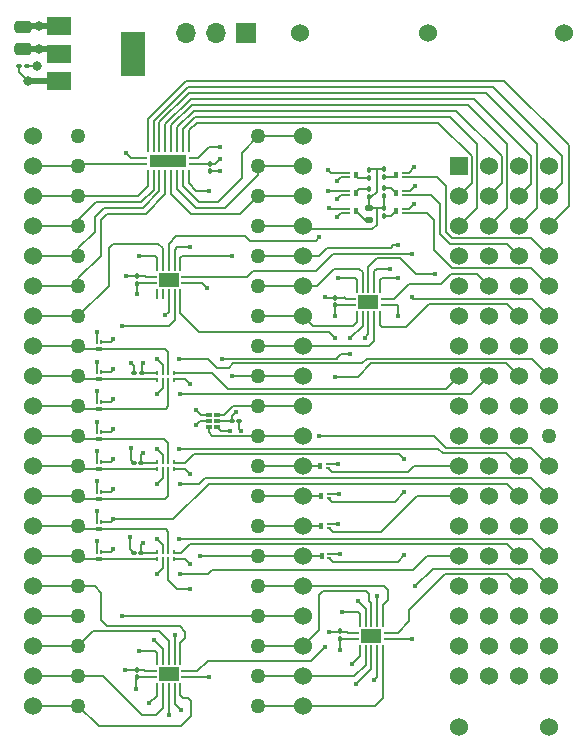
<source format=gbr>
%TF.GenerationSoftware,KiCad,Pcbnew,7.0.9*%
%TF.CreationDate,2024-10-20T15:28:43-06:00*%
%TF.ProjectId,Prototype2,50726f74-6f74-4797-9065-322e6b696361,rev?*%
%TF.SameCoordinates,Original*%
%TF.FileFunction,Copper,L1,Top*%
%TF.FilePolarity,Positive*%
%FSLAX46Y46*%
G04 Gerber Fmt 4.6, Leading zero omitted, Abs format (unit mm)*
G04 Created by KiCad (PCBNEW 7.0.9) date 2024-10-20 15:28:43*
%MOMM*%
%LPD*%
G01*
G04 APERTURE LIST*
G04 Aperture macros list*
%AMRoundRect*
0 Rectangle with rounded corners*
0 $1 Rounding radius*
0 $2 $3 $4 $5 $6 $7 $8 $9 X,Y pos of 4 corners*
0 Add a 4 corners polygon primitive as box body*
4,1,4,$2,$3,$4,$5,$6,$7,$8,$9,$2,$3,0*
0 Add four circle primitives for the rounded corners*
1,1,$1+$1,$2,$3*
1,1,$1+$1,$4,$5*
1,1,$1+$1,$6,$7*
1,1,$1+$1,$8,$9*
0 Add four rect primitives between the rounded corners*
20,1,$1+$1,$2,$3,$4,$5,0*
20,1,$1+$1,$4,$5,$6,$7,0*
20,1,$1+$1,$6,$7,$8,$9,0*
20,1,$1+$1,$8,$9,$2,$3,0*%
G04 Aperture macros list end*
%TA.AperFunction,SMDPad,CuDef*%
%ADD10R,0.254000X0.406400*%
%TD*%
%TA.AperFunction,SMDPad,CuDef*%
%ADD11R,0.254000X0.355600*%
%TD*%
%TA.AperFunction,SMDPad,CuDef*%
%ADD12R,0.304800X0.203200*%
%TD*%
%TA.AperFunction,SMDPad,CuDef*%
%ADD13R,0.304800X0.558800*%
%TD*%
%TA.AperFunction,ComponentPad*%
%ADD14C,1.524000*%
%TD*%
%TA.AperFunction,SMDPad,CuDef*%
%ADD15RoundRect,0.100000X0.100000X-0.130000X0.100000X0.130000X-0.100000X0.130000X-0.100000X-0.130000X0*%
%TD*%
%TA.AperFunction,SMDPad,CuDef*%
%ADD16R,0.812800X0.254000*%
%TD*%
%TA.AperFunction,SMDPad,CuDef*%
%ADD17R,0.254000X0.812800*%
%TD*%
%TA.AperFunction,SMDPad,CuDef*%
%ADD18R,1.651000X1.143000*%
%TD*%
%TA.AperFunction,SMDPad,CuDef*%
%ADD19RoundRect,0.100000X-0.130000X-0.100000X0.130000X-0.100000X0.130000X0.100000X-0.130000X0.100000X0*%
%TD*%
%TA.AperFunction,SMDPad,CuDef*%
%ADD20R,2.000000X3.800000*%
%TD*%
%TA.AperFunction,SMDPad,CuDef*%
%ADD21R,2.000000X1.500000*%
%TD*%
%TA.AperFunction,SMDPad,CuDef*%
%ADD22RoundRect,0.100000X-0.100000X0.130000X-0.100000X-0.130000X0.100000X-0.130000X0.100000X0.130000X0*%
%TD*%
%TA.AperFunction,SMDPad,CuDef*%
%ADD23R,0.203200X0.304800*%
%TD*%
%TA.AperFunction,SMDPad,CuDef*%
%ADD24R,0.558800X0.304800*%
%TD*%
%TA.AperFunction,SMDPad,CuDef*%
%ADD25RoundRect,0.100000X0.130000X0.100000X-0.130000X0.100000X-0.130000X-0.100000X0.130000X-0.100000X0*%
%TD*%
%TA.AperFunction,ComponentPad*%
%ADD26R,1.700000X1.700000*%
%TD*%
%TA.AperFunction,ComponentPad*%
%ADD27O,1.700000X1.700000*%
%TD*%
%TA.AperFunction,SMDPad,CuDef*%
%ADD28R,0.550000X0.300000*%
%TD*%
%TA.AperFunction,SMDPad,CuDef*%
%ADD29R,0.520000X0.300000*%
%TD*%
%TA.AperFunction,SMDPad,CuDef*%
%ADD30RoundRect,0.135000X-0.185000X0.135000X-0.185000X-0.135000X0.185000X-0.135000X0.185000X0.135000X0*%
%TD*%
%TA.AperFunction,ComponentPad*%
%ADD31R,1.524000X1.524000*%
%TD*%
%TA.AperFunction,ComponentPad*%
%ADD32C,1.270000*%
%TD*%
%TA.AperFunction,SMDPad,CuDef*%
%ADD33R,3.098800X1.092200*%
%TD*%
%TA.AperFunction,SMDPad,CuDef*%
%ADD34RoundRect,0.250000X0.475000X-0.250000X0.475000X0.250000X-0.475000X0.250000X-0.475000X-0.250000X0*%
%TD*%
%TA.AperFunction,ViaPad*%
%ADD35C,0.400000*%
%TD*%
%TA.AperFunction,ViaPad*%
%ADD36C,0.800000*%
%TD*%
%TA.AperFunction,Conductor*%
%ADD37C,0.203200*%
%TD*%
%TA.AperFunction,Conductor*%
%ADD38C,0.508000*%
%TD*%
G04 APERTURE END LIST*
D10*
%TO.P,U5,1,1A*%
%TO.N,P7*%
X167690800Y-89204800D03*
D11*
%TO.P,U5,2,3Y*%
%TO.N,_P6*%
X168190801Y-89230200D03*
%TO.P,U5,3,2A*%
%TO.N,P4*%
X168690801Y-89230200D03*
%TO.P,U5,4,GND*%
%TO.N,GND*%
X169190802Y-89230200D03*
%TO.P,U5,5,2Y*%
%TO.N,_P4*%
X169190802Y-88635800D03*
%TO.P,U5,6,3A*%
%TO.N,P6*%
X168690801Y-88635800D03*
%TO.P,U5,7,1Y*%
%TO.N,_P7*%
X168190801Y-88635800D03*
%TO.P,U5,8,VCC*%
%TO.N,+3.3V*%
X167690800Y-88635800D03*
%TD*%
D10*
%TO.P,U4,1,1A*%
%TO.N,P2*%
X167690800Y-96774000D03*
D11*
%TO.P,U4,2,3Y*%
%TO.N,_P5*%
X168190801Y-96799400D03*
%TO.P,U4,3,2A*%
%TO.N,P3*%
X168690801Y-96799400D03*
%TO.P,U4,4,GND*%
%TO.N,GND*%
X169190802Y-96799400D03*
%TO.P,U4,5,2Y*%
%TO.N,_P3*%
X169190802Y-96205000D03*
%TO.P,U4,6,3A*%
%TO.N,P5*%
X168690801Y-96205000D03*
%TO.P,U4,7,1Y*%
%TO.N,_P2*%
X168190801Y-96205000D03*
%TO.P,U4,8,VCC*%
%TO.N,+3.3V*%
X167690800Y-96205000D03*
%TD*%
D10*
%TO.P,U3,1,1A*%
%TO.N,P1*%
X167690800Y-104404200D03*
D11*
%TO.P,U3,2,3Y*%
%TO.N,_P0*%
X168190801Y-104429600D03*
%TO.P,U3,3,2A*%
%TO.N,BCLK*%
X168690801Y-104429600D03*
%TO.P,U3,4,GND*%
%TO.N,GND*%
X169190802Y-104429600D03*
%TO.P,U3,5,2Y*%
%TO.N,_BCLKI*%
X169190802Y-103835200D03*
%TO.P,U3,6,3A*%
%TO.N,P0*%
X168690801Y-103835200D03*
%TO.P,U3,7,1Y*%
%TO.N,_P1*%
X168190801Y-103835200D03*
%TO.P,U3,8,VCC*%
%TO.N,+3.3V*%
X167690800Y-103835200D03*
%TD*%
D12*
%TO.P,Q2,1,G*%
%TO.N,_AUDIO4*%
X188595000Y-75105001D03*
%TO.P,Q2,2,S*%
%TO.N,GND*%
X188595000Y-74754999D03*
D13*
%TO.P,Q2,3,D*%
%TO.N,Net-(Q2-D)*%
X187960000Y-74930000D03*
%TD*%
D14*
%TO.P,TP28,1,1*%
%TO.N,~{CS0}*%
X180086000Y-93980000D03*
%TD*%
%TO.P,TP10,1,1*%
%TO.N,P5*%
X157226000Y-93980000D03*
%TD*%
%TO.P,TP19,1,1*%
%TO.N,~{K2}*%
X180086000Y-116840000D03*
%TD*%
%TO.P,TP42,1,1*%
%TO.N,GND*%
X200914000Y-118618000D03*
%TD*%
%TO.P,TP6,1,1*%
%TO.N,PHI2*%
X157226000Y-83820000D03*
%TD*%
%TO.P,TP40,1,1*%
%TO.N,GND*%
X202184000Y-59817000D03*
%TD*%
D15*
%TO.P,R4,1*%
%TO.N,AUDIO*%
X186944000Y-73635000D03*
%TO.P,R4,2*%
%TO.N,Net-(Q4-D)*%
X186944000Y-72995000D03*
%TD*%
D16*
%TO.P,U6,1*%
%TO.N,GND*%
X167259000Y-114397663D03*
D17*
%TO.P,U6,2*%
%TO.N,_~{K4}*%
X167706548Y-115341400D03*
%TO.P,U6,3*%
%TO.N,~{K4}*%
X168206674Y-115341400D03*
%TO.P,U6,4*%
%TO.N,GND*%
X168706800Y-115341400D03*
%TO.P,U6,5*%
%TO.N,_~{K3}*%
X169206926Y-115341400D03*
%TO.P,U6,6*%
%TO.N,~{K3}*%
X169707052Y-115341400D03*
D16*
%TO.P,U6,7,GND*%
%TO.N,GND*%
X170154600Y-114397663D03*
%TO.P,U6,8*%
%TO.N,_~{KR2}*%
X170154600Y-113897537D03*
D17*
%TO.P,U6,9*%
%TO.N,~{KR2}*%
X169707052Y-112953800D03*
%TO.P,U6,10*%
%TO.N,GND*%
X169206926Y-112953800D03*
%TO.P,U6,11*%
%TO.N,~{K5}*%
X168706800Y-112953800D03*
%TO.P,U6,12*%
%TO.N,_~{K5}*%
X168206674Y-112953800D03*
%TO.P,U6,13*%
%TO.N,GND*%
X167706548Y-112953800D03*
D16*
%TO.P,U6,14,VCC*%
%TO.N,+3.3V*%
X167259000Y-113897537D03*
D18*
%TO.P,U6,15,NC*%
%TO.N,unconnected-(U6E-NC-Pad15)*%
X168706800Y-114147600D03*
%TD*%
D19*
%TO.P,C8,1*%
%TO.N,+3.3V*%
X174061200Y-92710000D03*
%TO.P,C8,2*%
%TO.N,GND*%
X174701200Y-92710000D03*
%TD*%
D16*
%TO.P,U8,1*%
%TO.N,GND*%
X167259000Y-81022063D03*
D17*
%TO.P,U8,2*%
%TO.N,unconnected-(U8-Pad2)*%
X167706548Y-81965800D03*
%TO.P,U8,3*%
%TO.N,unconnected-(U8-Pad3)*%
X168206674Y-81965800D03*
%TO.P,U8,4*%
%TO.N,GND*%
X168706800Y-81965800D03*
%TO.P,U8,5*%
%TO.N,SID*%
X169206926Y-81965800D03*
%TO.P,U8,6*%
%TO.N,_SID*%
X169707052Y-81965800D03*
D16*
%TO.P,U8,7,GND*%
%TO.N,GND*%
X170154600Y-81022063D03*
%TO.P,U8,8*%
%TO.N,_R{slash}W*%
X170154600Y-80521937D03*
D17*
%TO.P,U8,9*%
%TO.N,R{slash}W*%
X169707052Y-79578200D03*
%TO.P,U8,10*%
%TO.N,GND*%
X169206926Y-79578200D03*
%TO.P,U8,11*%
%TO.N,_PHI2*%
X168706800Y-79578200D03*
%TO.P,U8,12*%
%TO.N,PHI2*%
X168206674Y-79578200D03*
%TO.P,U8,13*%
%TO.N,GND*%
X167706548Y-79578200D03*
D16*
%TO.P,U8,14,VCC*%
%TO.N,+3.3V*%
X167259000Y-80521937D03*
D18*
%TO.P,U8,15,NC*%
%TO.N,unconnected-(U8E-NC-Pad15)*%
X168706800Y-80772000D03*
%TD*%
D14*
%TO.P,TP2,1,1*%
%TO.N,D4*%
X157226000Y-73660000D03*
%TD*%
%TO.P,TP34,1,1*%
%TO.N,A0*%
X180086000Y-78740000D03*
%TD*%
D20*
%TO.P,U10,*%
%TO.N,*%
X165685000Y-61595000D03*
D21*
%TO.P,U10,1,GND*%
%TO.N,GND*%
X159385000Y-59295000D03*
%TO.P,U10,2,VO*%
%TO.N,3V3_B*%
X159385000Y-61595000D03*
%TO.P,U10,3,VI*%
%TO.N,+5V*%
X159385000Y-63895000D03*
%TD*%
D22*
%TO.P,R6,1*%
%TO.N,AUDIO*%
X186944000Y-71399000D03*
%TO.P,R6,2*%
%TO.N,Net-(Q6-D)*%
X186944000Y-72039000D03*
%TD*%
D14*
%TO.P,TP14,1,1*%
%TO.N,P1*%
X157226000Y-104140000D03*
%TD*%
D23*
%TO.P,Q10,1,G*%
%TO.N,_DUMP*%
X162989001Y-98679000D03*
%TO.P,Q10,2,S*%
%TO.N,GND*%
X162638999Y-98679000D03*
D24*
%TO.P,Q10,3,D*%
%TO.N,P3*%
X162814000Y-99314000D03*
%TD*%
D12*
%TO.P,Q18,1,G*%
%TO.N,_SOD*%
X182245000Y-99235001D03*
%TO.P,Q18,2,S*%
%TO.N,GND*%
X182245000Y-98884999D03*
D13*
%TO.P,Q18,3,D*%
%TO.N,SOD*%
X181610000Y-99060000D03*
%TD*%
D14*
%TO.P,TP31,1,1*%
%TO.N,A3*%
X180086000Y-86360000D03*
%TD*%
%TO.P,TP45,1,1*%
%TO.N,+3.3V*%
X193294000Y-118618000D03*
%TD*%
%TO.P,TP7,1,1*%
%TO.N,P6*%
X157226000Y-86360000D03*
%TD*%
D12*
%TO.P,Q5,1,G*%
%TO.N,_AUDIO1*%
X183896000Y-71706999D03*
%TO.P,Q5,2,S*%
%TO.N,GND*%
X183896000Y-72057001D03*
D13*
%TO.P,Q5,3,D*%
%TO.N,Net-(Q5-D)*%
X184531000Y-71882000D03*
%TD*%
D12*
%TO.P,Q6,1,G*%
%TO.N,_AUDIO0*%
X188595000Y-72057001D03*
%TO.P,Q6,2,S*%
%TO.N,GND*%
X188595000Y-71706999D03*
D13*
%TO.P,Q6,3,D*%
%TO.N,Net-(Q6-D)*%
X187960000Y-71882000D03*
%TD*%
D14*
%TO.P,TP26,1,1*%
%TO.N,SOD*%
X180086000Y-99060000D03*
%TD*%
D16*
%TO.P,U7,1*%
%TO.N,GND*%
X184429400Y-111146463D03*
D17*
%TO.P,U7,2*%
%TO.N,_~{K1}*%
X184876948Y-112090200D03*
%TO.P,U7,3*%
%TO.N,~{K1}*%
X185377074Y-112090200D03*
%TO.P,U7,4*%
%TO.N,GND*%
X185877200Y-112090200D03*
%TO.P,U7,5*%
%TO.N,_~{K2}*%
X186377326Y-112090200D03*
%TO.P,U7,6*%
%TO.N,~{K2}*%
X186877452Y-112090200D03*
D16*
%TO.P,U7,7,GND*%
%TO.N,GND*%
X187325000Y-111146463D03*
%TO.P,U7,8*%
%TO.N,_~{KR1}*%
X187325000Y-110646337D03*
D17*
%TO.P,U7,9*%
%TO.N,~{KR1}*%
X186877452Y-109702600D03*
%TO.P,U7,10*%
%TO.N,GND*%
X186377326Y-109702600D03*
%TO.P,U7,11*%
%TO.N,~{K0}*%
X185877200Y-109702600D03*
%TO.P,U7,12*%
%TO.N,_~{K0}*%
X185377074Y-109702600D03*
%TO.P,U7,13*%
%TO.N,GND*%
X184876948Y-109702600D03*
D16*
%TO.P,U7,14,VCC*%
%TO.N,+3.3V*%
X184429400Y-110646337D03*
D18*
%TO.P,U7,15,NC*%
%TO.N,unconnected-(U7E-NC-Pad15)*%
X185877200Y-110896400D03*
%TD*%
D23*
%TO.P,Q13,1,G*%
%TO.N,_DUMP*%
X162989001Y-85979000D03*
%TO.P,Q13,2,S*%
%TO.N,GND*%
X162638999Y-85979000D03*
D24*
%TO.P,Q13,3,D*%
%TO.N,P6*%
X162814000Y-86614000D03*
%TD*%
D14*
%TO.P,TP41,1,1*%
%TO.N,GND*%
X157226000Y-68580000D03*
%TD*%
%TO.P,TP9,1,1*%
%TO.N,P4*%
X157226000Y-91440000D03*
%TD*%
D25*
%TO.P,C7,1*%
%TO.N,+3.3V*%
X166452200Y-88642000D03*
%TO.P,C7,2*%
%TO.N,GND*%
X165812200Y-88642000D03*
%TD*%
D14*
%TO.P,TP16,1,1*%
%TO.N,~{K5}*%
X157226000Y-111760000D03*
%TD*%
D22*
%TO.P,R2,1*%
%TO.N,AUDIO*%
X186944000Y-74701000D03*
%TO.P,R2,2*%
%TO.N,Net-(Q2-D)*%
X186944000Y-75341000D03*
%TD*%
D12*
%TO.P,Q4,1,G*%
%TO.N,_AUDIO2*%
X188595000Y-73581001D03*
%TO.P,Q4,2,S*%
%TO.N,GND*%
X188595000Y-73230999D03*
D13*
%TO.P,Q4,3,D*%
%TO.N,Net-(Q4-D)*%
X187960000Y-73406000D03*
%TD*%
D22*
%TO.P,R5,1*%
%TO.N,AUDIO*%
X185674000Y-71471000D03*
%TO.P,R5,2*%
%TO.N,Net-(Q5-D)*%
X185674000Y-72111000D03*
%TD*%
D26*
%TO.P,J3,1,Pin_1*%
%TO.N,3V3_A*%
X175260000Y-59817000D03*
D27*
%TO.P,J3,2,Pin_2*%
%TO.N,+3.3V*%
X172720000Y-59817000D03*
%TO.P,J3,3,Pin_3*%
%TO.N,3V3_B*%
X170180000Y-59817000D03*
%TD*%
D14*
%TO.P,TP29,1,1*%
%TO.N,CS1*%
X180086000Y-91440000D03*
%TD*%
%TO.P,TP44,1,1*%
%TO.N,+3.3V*%
X179832000Y-59817000D03*
%TD*%
D12*
%TO.P,Q15,1,G*%
%TO.N,_BCLKO*%
X182295800Y-104315001D03*
%TO.P,Q15,2,S*%
%TO.N,GND*%
X182295800Y-103964999D03*
D13*
%TO.P,Q15,3,D*%
%TO.N,BCLK*%
X181660800Y-104140000D03*
%TD*%
D14*
%TO.P,TP21,1,1*%
%TO.N,~{K0}*%
X180086000Y-111760000D03*
%TD*%
D23*
%TO.P,Q8,1,G*%
%TO.N,_DUMP*%
X162989001Y-103759000D03*
%TO.P,Q8,2,S*%
%TO.N,GND*%
X162638999Y-103759000D03*
D24*
%TO.P,Q8,3,D*%
%TO.N,P1*%
X162814000Y-104394000D03*
%TD*%
D15*
%TO.P,R3,1*%
%TO.N,AUDIO*%
X185674000Y-73726000D03*
%TO.P,R3,2*%
%TO.N,Net-(Q3-D)*%
X185674000Y-73086000D03*
%TD*%
D28*
%TO.P,U1,1,IN1*%
%TO.N,+3.3V*%
X172096588Y-92210001D03*
D29*
%TO.P,U1,2,GND*%
%TO.N,GND*%
X172081602Y-92710000D03*
%TO.P,U1,3,IN0*%
%TO.N,~{CS0}*%
X172081602Y-93209999D03*
%TO.P,U1,4,Y*%
%TO.N,~{_EN}*%
X172821600Y-93209999D03*
%TO.P,U1,5,VCC*%
%TO.N,+3.3V*%
X172821600Y-92710000D03*
%TO.P,U1,6,IN2*%
%TO.N,CS1*%
X172821600Y-92210001D03*
%TD*%
D14*
%TO.P,TP15,1,1*%
%TO.N,~{KR2}*%
X157226000Y-106680000D03*
%TD*%
D22*
%TO.P,C10,1*%
%TO.N,+3.3V*%
X165989000Y-80437200D03*
%TO.P,C10,2*%
%TO.N,GND*%
X165989000Y-81077200D03*
%TD*%
D14*
%TO.P,TP24,1,1*%
%TO.N,BCLK*%
X180086000Y-104140000D03*
%TD*%
%TO.P,TP36,1,1*%
%TO.N,D0*%
X180086000Y-73660000D03*
%TD*%
%TO.P,TP8,1,1*%
%TO.N,P7*%
X157226000Y-88900000D03*
%TD*%
D12*
%TO.P,Q17,1,G*%
%TO.N,_~{IRQ}*%
X182181500Y-96695001D03*
%TO.P,Q17,2,S*%
%TO.N,GND*%
X182181500Y-96344999D03*
D13*
%TO.P,Q17,3,D*%
%TO.N,~{IRQ}*%
X181546500Y-96520000D03*
%TD*%
D14*
%TO.P,TP22,1,1*%
%TO.N,SID*%
X180086000Y-109220000D03*
%TD*%
%TO.P,TP13,1,1*%
%TO.N,P0*%
X157226000Y-101600000D03*
%TD*%
%TO.P,TP11,1,1*%
%TO.N,P2*%
X157226000Y-96520000D03*
%TD*%
%TO.P,TP35,1,1*%
%TO.N,AUDIO*%
X180086000Y-76200000D03*
%TD*%
D25*
%TO.P,C4,1*%
%TO.N,+3.3V*%
X166387800Y-103886000D03*
%TO.P,C4,2*%
%TO.N,GND*%
X165747800Y-103886000D03*
%TD*%
D14*
%TO.P,TP18,1,1*%
%TO.N,~{K3}*%
X157226000Y-116840000D03*
%TD*%
%TO.P,TP17,1,1*%
%TO.N,~{K4}*%
X157226000Y-114300000D03*
%TD*%
%TO.P,TP38,1,1*%
%TO.N,D2*%
X180086000Y-68580000D03*
%TD*%
%TO.P,TP25,1,1*%
%TO.N,OCLK*%
X180086000Y-101600000D03*
%TD*%
%TO.P,TP32,1,1*%
%TO.N,A2*%
X180086000Y-83820000D03*
%TD*%
%TO.P,TP20,1,1*%
%TO.N,~{K1}*%
X180086000Y-114300000D03*
%TD*%
D12*
%TO.P,Q3,1,G*%
%TO.N,_AUDIO3*%
X183896000Y-73230999D03*
%TO.P,Q3,2,S*%
%TO.N,GND*%
X183896000Y-73581001D03*
D13*
%TO.P,Q3,3,D*%
%TO.N,Net-(Q3-D)*%
X184531000Y-73406000D03*
%TD*%
D14*
%TO.P,TP12,1,1*%
%TO.N,P3*%
X157226000Y-99060000D03*
%TD*%
D22*
%TO.P,C1,1*%
%TO.N,+3.3V*%
X172212000Y-70916800D03*
%TO.P,C1,2*%
%TO.N,GND*%
X172212000Y-71556800D03*
%TD*%
%TO.P,C3,1*%
%TO.N,+3.3V*%
X165989000Y-113761600D03*
%TO.P,C3,2*%
%TO.N,GND*%
X165989000Y-114401600D03*
%TD*%
D23*
%TO.P,Q12,1,G*%
%TO.N,_DUMP*%
X162989001Y-93599000D03*
%TO.P,Q12,2,S*%
%TO.N,GND*%
X162638999Y-93599000D03*
D24*
%TO.P,Q12,3,D*%
%TO.N,P5*%
X162814000Y-94234000D03*
%TD*%
D30*
%TO.P,R1,1*%
%TO.N,AUDIO*%
X185674000Y-74676000D03*
%TO.P,R1,2*%
%TO.N,Net-(Q1-D)*%
X185674000Y-75696000D03*
%TD*%
D14*
%TO.P,TP37,1,1*%
%TO.N,D1*%
X180086000Y-71120000D03*
%TD*%
D31*
%TO.P,J1,1,5V1*%
%TO.N,+5V*%
X193294000Y-71120000D03*
D14*
%TO.P,J1,2,G1*%
%TO.N,GND*%
X195834000Y-71120000D03*
%TO.P,J1,3,3V1*%
%TO.N,3V3_A*%
X198374000Y-71120000D03*
%TO.P,J1,4,G2*%
%TO.N,GND*%
X200914000Y-71120000D03*
%TO.P,J1,5,A48*%
%TO.N,_D2*%
X193294000Y-73660000D03*
%TO.P,J1,6,A49*%
%TO.N,_D0*%
X195834000Y-73660000D03*
%TO.P,J1,7,A3*%
%TO.N,_D6*%
X198374000Y-73660000D03*
%TO.P,J1,8,A2*%
%TO.N,_D4*%
X200914000Y-73660000D03*
%TO.P,J1,9,A45*%
%TO.N,_D1*%
X193294000Y-76200000D03*
%TO.P,J1,10,A46*%
%TO.N,_D7*%
X195834000Y-76200000D03*
%TO.P,J1,11,A6*%
%TO.N,_D5*%
X198374000Y-76200000D03*
%TO.P,J1,12,A5*%
%TO.N,_D3*%
X200914000Y-76200000D03*
%TO.P,J1,13,A42*%
%TO.N,_AUDIO3*%
X193294000Y-78740000D03*
%TO.P,J1,14,A43*%
%TO.N,_AUDIO1*%
X195834000Y-78740000D03*
%TO.P,J1,15,A9*%
%TO.N,_AUDIO2*%
X198374000Y-78740000D03*
%TO.P,J1,16,A8*%
%TO.N,_AUDIO0*%
X200914000Y-78740000D03*
%TO.P,J1,17,A39*%
%TO.N,_A1*%
X193294000Y-81280000D03*
%TO.P,J1,18,A40*%
%TO.N,_A0*%
X195834000Y-81280000D03*
%TO.P,J1,19,A12*%
%TO.N,_AUDIO5*%
X198374000Y-81280000D03*
%TO.P,J1,20,A11*%
%TO.N,_AUDIO4*%
X200914000Y-81280000D03*
%TO.P,J1,21,A36*%
%TO.N,~{_EN}*%
X193294000Y-83820000D03*
%TO.P,J1,22,A37*%
%TO.N,_A2*%
X195834000Y-83820000D03*
%TO.P,J1,23,A15*%
%TO.N,_A3*%
X198374000Y-83820000D03*
%TO.P,J1,24,A14*%
%TO.N,_R{slash}W*%
X200914000Y-83820000D03*
%TO.P,J1,25,A33*%
%TO.N,unconnected-(J1-A33-Pad25)*%
X193294000Y-86360000D03*
%TO.P,J1,26,A34*%
%TO.N,unconnected-(J1-A34-Pad26)*%
X195834000Y-86360000D03*
%TO.P,J1,27,A18*%
%TO.N,unconnected-(J1-A18-Pad27)*%
X198374000Y-86360000D03*
%TO.P,J1,28,A17*%
%TO.N,unconnected-(J1-A17-Pad28)*%
X200914000Y-86360000D03*
%TO.P,J1,29,A30*%
%TO.N,_P4*%
X193294000Y-88900000D03*
%TO.P,J1,30,A31*%
%TO.N,_P6*%
X195834000Y-88900000D03*
%TO.P,J1,31,A21*%
%TO.N,_SID*%
X198374000Y-88900000D03*
%TO.P,J1,32,A20*%
%TO.N,_P7*%
X200914000Y-88900000D03*
%TO.P,J1,33,A27*%
%TO.N,unconnected-(J1-A27-Pad33)*%
X193294000Y-91440000D03*
%TO.P,J1,34,A28*%
%TO.N,unconnected-(J1-A28-Pad34)*%
X195834000Y-91440000D03*
%TO.P,J1,35,A24*%
%TO.N,unconnected-(J1-A24-Pad35)*%
X198374000Y-91440000D03*
%TO.P,J1,36,A23*%
%TO.N,unconnected-(J1-A23-Pad36)*%
X200914000Y-91440000D03*
%TO.P,J1,37,5V2*%
%TO.N,+5V*%
X193294000Y-93980000D03*
%TO.P,J1,38,G3*%
%TO.N,GND*%
X195834000Y-93980000D03*
%TO.P,J1,39,3V2*%
%TO.N,3V3_A*%
X198374000Y-93980000D03*
D32*
%TO.P,J1,40,G4*%
%TO.N,GND*%
X200914000Y-93980000D03*
D14*
%TO.P,J1,41,B48*%
%TO.N,_~{IRQ}*%
X193294000Y-96520000D03*
%TO.P,J1,42,B49*%
%TO.N,_P3*%
X195834000Y-96520000D03*
%TO.P,J1,43,B3*%
%TO.N,_P2*%
X198374000Y-96520000D03*
%TO.P,J1,44,B2*%
%TO.N,_PHI2*%
X200914000Y-96520000D03*
%TO.P,J1,45,B45*%
%TO.N,_OCLK*%
X193294000Y-99060000D03*
%TO.P,J1,46,B46*%
%TO.N,_SOD*%
X195834000Y-99060000D03*
%TO.P,J1,47,B6*%
%TO.N,_DUMP*%
X198374000Y-99060000D03*
%TO.P,J1,48,B5*%
%TO.N,_P5*%
X200914000Y-99060000D03*
%TO.P,J1,49,B42*%
%TO.N,unconnected-(J1-B42-Pad49)*%
X193294000Y-101600000D03*
%TO.P,J1,50,B43*%
%TO.N,unconnected-(J1-B43-Pad50)*%
X195834000Y-101600000D03*
%TO.P,J1,51,B9*%
%TO.N,unconnected-(J1-B9-Pad51)*%
X198374000Y-101600000D03*
%TO.P,J1,52,B8*%
%TO.N,unconnected-(J1-B8-Pad52)*%
X200914000Y-101600000D03*
%TO.P,J1,53,B39*%
%TO.N,_P0*%
X193294000Y-104140000D03*
%TO.P,J1,54,B40*%
%TO.N,_BCLKO*%
X195834000Y-104140000D03*
%TO.P,J1,55,B12*%
%TO.N,_BCLKI*%
X198374000Y-104140000D03*
%TO.P,J1,56,B11*%
%TO.N,_P1*%
X200914000Y-104140000D03*
%TO.P,J1,57,B36*%
%TO.N,_~{KR2}*%
X193294000Y-106680000D03*
%TO.P,J1,58,B37*%
%TO.N,_~{K5}*%
X195834000Y-106680000D03*
%TO.P,J1,59,B15*%
%TO.N,_~{KR1}*%
X198374000Y-106680000D03*
%TO.P,J1,60,B14*%
%TO.N,_~{K0}*%
X200914000Y-106680000D03*
%TO.P,J1,61,B33*%
%TO.N,unconnected-(J1-B33-Pad61)*%
X193294000Y-109220000D03*
%TO.P,J1,62,B34*%
%TO.N,unconnected-(J1-B34-Pad62)*%
X195834000Y-109220000D03*
%TO.P,J1,63,B18*%
%TO.N,unconnected-(J1-B18-Pad63)*%
X198374000Y-109220000D03*
%TO.P,J1,64,B17*%
%TO.N,unconnected-(J1-B17-Pad64)*%
X200914000Y-109220000D03*
%TO.P,J1,65,B30*%
%TO.N,unconnected-(J1-B30-Pad65)*%
X193294000Y-111760000D03*
%TO.P,J1,66,B31*%
%TO.N,unconnected-(J1-B31-Pad66)*%
X195834000Y-111760000D03*
%TO.P,J1,67,B21*%
%TO.N,unconnected-(J1-B21-Pad67)*%
X198374000Y-111760000D03*
%TO.P,J1,68,B20*%
%TO.N,unconnected-(J1-B20-Pad68)*%
X200914000Y-111760000D03*
%TO.P,J1,69,B27*%
%TO.N,_~{K4}*%
X193294000Y-114300000D03*
%TO.P,J1,70,B28*%
%TO.N,_~{K3}*%
X195834000Y-114300000D03*
%TO.P,J1,71,B24*%
%TO.N,_~{K2}*%
X198374000Y-114300000D03*
%TO.P,J1,72,B23*%
%TO.N,_~{K1}*%
X200914000Y-114300000D03*
%TD*%
D22*
%TO.P,C2,1*%
%TO.N,+3.3V*%
X183210200Y-110529537D03*
%TO.P,C2,2*%
%TO.N,GND*%
X183210200Y-111169537D03*
%TD*%
D23*
%TO.P,Q11,1,G*%
%TO.N,_DUMP*%
X162989001Y-91059000D03*
%TO.P,Q11,2,S*%
%TO.N,GND*%
X162638999Y-91059000D03*
D24*
%TO.P,Q11,3,D*%
%TO.N,P4*%
X162814000Y-91694000D03*
%TD*%
D16*
%TO.P,U9,1*%
%TO.N,GND*%
X184175400Y-82888963D03*
D17*
%TO.P,U9,2*%
%TO.N,A2*%
X184622948Y-83832700D03*
%TO.P,U9,3*%
%TO.N,_A2*%
X185123074Y-83832700D03*
%TO.P,U9,4*%
%TO.N,GND*%
X185623200Y-83832700D03*
%TO.P,U9,5*%
%TO.N,A3*%
X186123326Y-83832700D03*
%TO.P,U9,6*%
%TO.N,_A3*%
X186623452Y-83832700D03*
D16*
%TO.P,U9,7,GND*%
%TO.N,GND*%
X187071000Y-82888963D03*
%TO.P,U9,8*%
%TO.N,_A0*%
X187071000Y-82388837D03*
D17*
%TO.P,U9,9*%
%TO.N,A0*%
X186623452Y-81445100D03*
%TO.P,U9,10*%
%TO.N,GND*%
X186123326Y-81445100D03*
%TO.P,U9,11*%
%TO.N,_A1*%
X185623200Y-81445100D03*
%TO.P,U9,12*%
%TO.N,A1*%
X185123074Y-81445100D03*
%TO.P,U9,13*%
%TO.N,GND*%
X184622948Y-81445100D03*
D16*
%TO.P,U9,14,VCC*%
%TO.N,+3.3V*%
X184175400Y-82388837D03*
D18*
%TO.P,U9,15,NC*%
%TO.N,unconnected-(U9E-NC-Pad15)*%
X185623200Y-82638900D03*
%TD*%
D14*
%TO.P,TP1,1,1*%
%TO.N,D3*%
X157226000Y-71120000D03*
%TD*%
%TO.P,TP33,1,1*%
%TO.N,A1*%
X180086000Y-81280000D03*
%TD*%
%TO.P,TP4,1,1*%
%TO.N,D6*%
X157226000Y-78740000D03*
%TD*%
%TO.P,TP3,1,1*%
%TO.N,D5*%
X157226000Y-76200000D03*
%TD*%
%TO.P,TP5,1,1*%
%TO.N,D7*%
X157226000Y-81280000D03*
%TD*%
%TO.P,TP30,1,1*%
%TO.N,R{slash}W*%
X180086000Y-88900000D03*
%TD*%
D23*
%TO.P,Q14,1,G*%
%TO.N,_DUMP*%
X162989001Y-88519000D03*
%TO.P,Q14,2,S*%
%TO.N,GND*%
X162638999Y-88519000D03*
D24*
%TO.P,Q14,3,D*%
%TO.N,P7*%
X162814000Y-89154000D03*
%TD*%
D14*
%TO.P,TP27,1,1*%
%TO.N,~{IRQ}*%
X180086000Y-96520000D03*
%TD*%
%TO.P,TP39,1,1*%
%TO.N,GND*%
X190627000Y-59817000D03*
%TD*%
D12*
%TO.P,Q1,1,G*%
%TO.N,_AUDIO5*%
X183896000Y-74754999D03*
%TO.P,Q1,2,S*%
%TO.N,GND*%
X183896000Y-75105001D03*
D13*
%TO.P,Q1,3,D*%
%TO.N,Net-(Q1-D)*%
X184531000Y-74930000D03*
%TD*%
D14*
%TO.P,TP23,1,1*%
%TO.N,~{KR1}*%
X180086000Y-106680000D03*
%TD*%
D23*
%TO.P,Q9,1,G*%
%TO.N,_DUMP*%
X162989001Y-96139000D03*
%TO.P,Q9,2,S*%
%TO.N,GND*%
X162638999Y-96139000D03*
D24*
%TO.P,Q9,3,D*%
%TO.N,P2*%
X162814000Y-96774000D03*
%TD*%
D22*
%TO.P,C5,1*%
%TO.N,+3.3V*%
X182829200Y-82252900D03*
%TO.P,C5,2*%
%TO.N,GND*%
X182829200Y-82892900D03*
%TD*%
D19*
%TO.P,C9,1*%
%TO.N,+5V*%
X156057600Y-62687200D03*
%TO.P,C9,2*%
%TO.N,GND*%
X156697600Y-62687200D03*
%TD*%
D12*
%TO.P,Q16,1,G*%
%TO.N,_OCLK*%
X182270400Y-101775001D03*
%TO.P,Q16,2,S*%
%TO.N,GND*%
X182270400Y-101424999D03*
D13*
%TO.P,Q16,3,D*%
%TO.N,OCLK*%
X181635400Y-101600000D03*
%TD*%
D32*
%TO.P,J2,1,GND*%
%TO.N,GND*%
X161065900Y-68572500D03*
%TO.P,J2,2,D3*%
%TO.N,D3*%
X161065900Y-71112500D03*
%TO.P,J2,3,D4*%
%TO.N,D4*%
X161065900Y-73652500D03*
%TO.P,J2,4,D5*%
%TO.N,D5*%
X161065900Y-76192500D03*
%TO.P,J2,5,D6*%
%TO.N,D6*%
X161065900Y-78732500D03*
%TO.P,J2,6,D7*%
%TO.N,D7*%
X161065900Y-81272500D03*
%TO.P,J2,7,PHI2*%
%TO.N,PHI2*%
X161065900Y-83812500D03*
%TO.P,J2,8,P6*%
%TO.N,P6*%
X161065900Y-86352500D03*
%TO.P,J2,9,P7*%
%TO.N,P7*%
X161065900Y-88892500D03*
%TO.P,J2,10,P4*%
%TO.N,P4*%
X161065900Y-91432500D03*
%TO.P,J2,11,P5*%
%TO.N,P5*%
X161065900Y-93972500D03*
%TO.P,J2,12,P2*%
%TO.N,P2*%
X161065900Y-96512500D03*
%TO.P,J2,13,P3*%
%TO.N,P3*%
X161065900Y-99052500D03*
%TO.P,J2,14,P0*%
%TO.N,P0*%
X161065900Y-101592500D03*
%TO.P,J2,15,P1*%
%TO.N,P1*%
X161065900Y-104132500D03*
%TO.P,J2,16,~{KR2}*%
%TO.N,~{KR2}*%
X161065900Y-106672500D03*
%TO.P,J2,17,+5V*%
%TO.N,+5V*%
X161065900Y-109212500D03*
%TO.P,J2,18,~{K5}*%
%TO.N,~{K5}*%
X161065900Y-111752500D03*
%TO.P,J2,19,~{K4}*%
%TO.N,~{K4}*%
X161065900Y-114292500D03*
%TO.P,J2,20,~{K3}*%
%TO.N,~{K3}*%
X161065900Y-116832500D03*
%TO.P,J2,21,~{K2}*%
%TO.N,~{K2}*%
X176305900Y-116832500D03*
%TO.P,J2,22,~{K1}*%
%TO.N,~{K1}*%
X176305900Y-114292500D03*
%TO.P,J2,23,~{K0}*%
%TO.N,~{K0}*%
X176305900Y-111752500D03*
%TO.P,J2,24,SID*%
%TO.N,SID*%
X176305900Y-109212500D03*
%TO.P,J2,25,~{KR1}*%
%TO.N,~{KR1}*%
X176305900Y-106672500D03*
%TO.P,J2,26,BCLK*%
%TO.N,BCLK*%
X176305900Y-104132500D03*
%TO.P,J2,27,OCLK*%
%TO.N,OCLK*%
X176305900Y-101592500D03*
%TO.P,J2,28,SOD*%
%TO.N,SOD*%
X176305900Y-99052500D03*
%TO.P,J2,29,~{IRQ}*%
%TO.N,~{IRQ}*%
X176305900Y-96512500D03*
%TO.P,J2,30,~{CS0}*%
%TO.N,~{CS0}*%
X176305900Y-93972500D03*
%TO.P,J2,31,CS1*%
%TO.N,CS1*%
X176305900Y-91432500D03*
%TO.P,J2,32,R/W*%
%TO.N,R{slash}W*%
X176305900Y-88892500D03*
%TO.P,J2,33,A3*%
%TO.N,A3*%
X176305900Y-86352500D03*
%TO.P,J2,34,A2*%
%TO.N,A2*%
X176305900Y-83812500D03*
%TO.P,J2,35,A1*%
%TO.N,A1*%
X176305900Y-81272500D03*
%TO.P,J2,36,A0*%
%TO.N,A0*%
X176305900Y-78732500D03*
%TO.P,J2,37,AUDIO*%
%TO.N,AUDIO*%
X176305900Y-76192500D03*
%TO.P,J2,38,D0*%
%TO.N,D0*%
X176305900Y-73652500D03*
%TO.P,J2,39,D1*%
%TO.N,D1*%
X176305900Y-71112500D03*
%TO.P,J2,40,D2*%
%TO.N,D2*%
X176305900Y-68572500D03*
%TD*%
D25*
%TO.P,C6,1*%
%TO.N,+3.3V*%
X166404800Y-96266000D03*
%TO.P,C6,2*%
%TO.N,GND*%
X165764800Y-96266000D03*
%TD*%
D16*
%TO.P,U2,1,A->B*%
%TO.N,R{slash}W*%
X170872785Y-70438137D03*
D17*
%TO.P,U2,2,A0*%
%TO.N,_D2*%
X170426126Y-69494400D03*
%TO.P,U2,3,A1*%
%TO.N,_D1*%
X169926000Y-69494400D03*
%TO.P,U2,4,A2*%
%TO.N,_D0*%
X169425874Y-69494400D03*
%TO.P,U2,5,A3*%
%TO.N,_D7*%
X168925748Y-69494400D03*
%TO.P,U2,6,A4*%
%TO.N,_D6*%
X168425622Y-69494400D03*
%TO.P,U2,7,A5*%
%TO.N,_D5*%
X167925496Y-69494400D03*
%TO.P,U2,8,A6*%
%TO.N,_D4*%
X167425370Y-69494400D03*
%TO.P,U2,9,A7*%
%TO.N,_D3*%
X166925244Y-69494400D03*
D16*
%TO.P,U2,10,GND*%
%TO.N,GND*%
X166478585Y-70438137D03*
%TO.P,U2,11,B7*%
%TO.N,D3*%
X166478585Y-70938263D03*
D17*
%TO.P,U2,12,B6*%
%TO.N,D4*%
X166925244Y-71882000D03*
%TO.P,U2,13,B5*%
%TO.N,D5*%
X167425370Y-71882000D03*
%TO.P,U2,14,B4*%
%TO.N,D6*%
X167925496Y-71882000D03*
%TO.P,U2,15,B3*%
%TO.N,D7*%
X168425622Y-71882000D03*
%TO.P,U2,16,B2*%
%TO.N,D0*%
X168925748Y-71882000D03*
%TO.P,U2,17,B1*%
%TO.N,D1*%
X169425874Y-71882000D03*
%TO.P,U2,18,B0*%
%TO.N,D2*%
X169926000Y-71882000D03*
%TO.P,U2,19,CE*%
%TO.N,~{_EN}*%
X170426126Y-71882000D03*
D16*
%TO.P,U2,20,VCC*%
%TO.N,+3.3V*%
X170872785Y-70938263D03*
D33*
%TO.P,U2,21,NC*%
%TO.N,unconnected-(U2-NC-Pad21)*%
X168675685Y-70688200D03*
%TD*%
D34*
%TO.P,C11,1*%
%TO.N,3V3_B*%
X156337000Y-61214000D03*
%TO.P,C11,2*%
%TO.N,GND*%
X156337000Y-59314000D03*
%TD*%
D14*
%TO.P,TP43,1,1*%
%TO.N,+5V*%
X157226000Y-109220000D03*
%TD*%
D23*
%TO.P,Q7,1,G*%
%TO.N,_DUMP*%
X162989001Y-101219000D03*
%TO.P,Q7,2,S*%
%TO.N,GND*%
X162638999Y-101219000D03*
D24*
%TO.P,Q7,3,D*%
%TO.N,P0*%
X162814000Y-101854000D03*
%TD*%
D35*
%TO.N,~{_EN}*%
X173888400Y-93522800D03*
%TO.N,+3.3V*%
X174396400Y-91948000D03*
%TO.N,GND*%
X170992800Y-93065600D03*
%TO.N,+3.3V*%
X170992800Y-91744800D03*
%TO.N,GND*%
X174853600Y-93522800D03*
D36*
%TO.N,3V3_B*%
X157734000Y-61214000D03*
D35*
%TO.N,GND*%
X188163200Y-83820000D03*
X183083200Y-80619600D03*
X162610800Y-97790000D03*
X172110400Y-114401600D03*
X183134000Y-98856800D03*
X182829200Y-83820000D03*
X168706800Y-117602000D03*
X170535600Y-89560400D03*
X162610800Y-92811600D03*
X186385200Y-107543600D03*
X165963600Y-115366800D03*
X173075600Y-71526400D03*
X162661600Y-102870000D03*
X169214800Y-110794800D03*
X162610800Y-85191600D03*
X189484000Y-74320400D03*
X189509400Y-71221600D03*
X189280800Y-111150400D03*
D36*
X157734000Y-59283600D03*
D35*
X184607200Y-115011200D03*
X171958000Y-81483200D03*
X182981600Y-72390000D03*
X183184800Y-112115600D03*
X170535600Y-97180400D03*
X168402000Y-83769200D03*
X165100000Y-70002400D03*
X189534800Y-72796400D03*
X183388000Y-108915200D03*
X170535600Y-104800400D03*
X162610800Y-87680800D03*
X165455600Y-102565200D03*
X166217600Y-112166400D03*
X162661600Y-100330000D03*
X182981600Y-73914000D03*
X166166800Y-78740000D03*
X182981600Y-75438000D03*
X187452000Y-79806800D03*
X162610800Y-90170000D03*
X185318400Y-85648800D03*
X183083200Y-101447600D03*
X166014400Y-81991200D03*
X162661600Y-95250000D03*
X170535600Y-77978000D03*
X165557200Y-87833200D03*
X183184800Y-103936800D03*
X183083200Y-96316800D03*
X165506400Y-94996000D03*
D36*
X157581600Y-62687200D03*
%TO.N,+5V*%
X156768800Y-63906400D03*
D35*
%TO.N,SID*%
X164744400Y-84632800D03*
X164744400Y-109220000D03*
%TO.N,BCLK*%
X170535600Y-106934000D03*
X171399200Y-104140000D03*
%TO.N,R{slash}W*%
X174040800Y-78740000D03*
X174040800Y-88900000D03*
X173075600Y-69494400D03*
%TO.N,A0*%
X188163200Y-80619600D03*
X188163200Y-77825600D03*
%TO.N,+3.3V*%
X166573200Y-87833200D03*
X165100000Y-80416400D03*
X173075600Y-70510400D03*
X166522400Y-95453200D03*
X182270400Y-110540800D03*
X166522400Y-103073200D03*
X181914800Y-82245200D03*
X165049200Y-113792000D03*
%TO.N,_P3*%
X188671200Y-95961200D03*
%TO.N,_P5*%
X167690800Y-98044000D03*
X169672000Y-98044000D03*
%TO.N,_P7*%
X169621200Y-87426800D03*
X167690800Y-87426800D03*
%TO.N,_P6*%
X169672000Y-90424000D03*
X167690800Y-90424000D03*
%TO.N,_P1*%
X169621200Y-102666800D03*
X167690800Y-102666800D03*
%TO.N,_P0*%
X167690800Y-105664000D03*
X169672000Y-105664000D03*
%TO.N,_P2*%
X167690800Y-95046800D03*
X169621200Y-95046800D03*
%TO.N,_AUDIO1*%
X182219600Y-71475600D03*
%TO.N,_AUDIO3*%
X182219600Y-73202800D03*
%TO.N,_AUDIO5*%
X182270400Y-74676000D03*
%TO.N,_A2*%
X184099200Y-85648800D03*
%TO.N,_A1*%
X191262000Y-80264000D03*
%TO.N,_DUMP*%
X163982400Y-101041200D03*
X163982400Y-93421200D03*
X163982400Y-88341200D03*
X163982400Y-90881200D03*
X163982400Y-98501200D03*
X163982400Y-95961200D03*
X163982400Y-103581200D03*
X163982400Y-85801200D03*
%TO.N,_R{slash}W*%
X189280800Y-78536800D03*
X189280800Y-82194400D03*
%TO.N,_~{KR2}*%
X181965600Y-111810800D03*
%TO.N,_~{K5}*%
X167487600Y-111252000D03*
%TO.N,~{_EN}*%
X172110400Y-73202800D03*
X173228000Y-87426800D03*
X184099200Y-87071200D03*
%TO.N,_~{K4}*%
X167081200Y-116586000D03*
%TO.N,_~{K3}*%
X169773600Y-117195600D03*
%TO.N,_SOD*%
X188671200Y-98755200D03*
%TO.N,_PHI2*%
X181457600Y-93980000D03*
X181457600Y-77165200D03*
%TO.N,_SID*%
X182829200Y-88950800D03*
X182829200Y-85648800D03*
%TO.N,_~{K0}*%
X184708800Y-107950000D03*
X189585600Y-106680000D03*
%TO.N,_~{K1}*%
X184200800Y-113284000D03*
%TO.N,_~{K2}*%
X186131200Y-114604800D03*
%TO.N,_BCLKO*%
X188671200Y-104089200D03*
%TD*%
D37*
%TO.N,GND*%
X174701200Y-92710000D02*
X174701200Y-93370400D01*
X174701200Y-93370400D02*
X174853600Y-93522800D01*
X172081602Y-92710000D02*
X171348400Y-92710000D01*
X171348400Y-92710000D02*
X170992800Y-93065600D01*
%TO.N,+3.3V*%
X171458001Y-92210001D02*
X170992800Y-91744800D01*
X172096588Y-92210001D02*
X171458001Y-92210001D01*
%TO.N,~{_EN}*%
X173134401Y-93522800D02*
X172821600Y-93209999D01*
X173888400Y-93522800D02*
X173134401Y-93522800D01*
%TO.N,+3.3V*%
X174061200Y-92283200D02*
X174396400Y-91948000D01*
X174061200Y-92710000D02*
X174061200Y-92283200D01*
X174061200Y-92710000D02*
X172821600Y-92710000D01*
%TO.N,~{CS0}*%
X172407700Y-93972500D02*
X176305900Y-93972500D01*
X172081602Y-93646402D02*
X172407700Y-93972500D01*
X172081602Y-93209999D02*
X172081602Y-93646402D01*
%TO.N,CS1*%
X174149900Y-91432500D02*
X176305900Y-91432500D01*
X173372399Y-92210001D02*
X174149900Y-91432500D01*
X172821600Y-92210001D02*
X173372399Y-92210001D01*
%TO.N,_P2*%
X168190800Y-96270000D02*
X168190800Y-95546800D01*
X168190800Y-95546800D02*
X167690800Y-95046800D01*
%TO.N,_P7*%
X173837600Y-88188800D02*
X174193200Y-87833200D01*
X172770800Y-88188800D02*
X173837600Y-88188800D01*
X185064400Y-87833200D02*
X174193200Y-87833200D01*
X200914000Y-88900000D02*
X199440800Y-87426800D01*
X199440800Y-87426800D02*
X185470800Y-87426800D01*
X185470800Y-87426800D02*
X185064400Y-87833200D01*
D38*
%TO.N,3V3_B*%
X159004000Y-61214000D02*
X157734000Y-61214000D01*
X157734000Y-61214000D02*
X156337000Y-61214000D01*
X159385000Y-61595000D02*
X159004000Y-61214000D01*
D37*
%TO.N,GND*%
X182981600Y-72390000D02*
X182981600Y-72415400D01*
X184175400Y-82888963D02*
X182833137Y-82888963D01*
X165535737Y-70438137D02*
X165100000Y-70002400D01*
X173075600Y-71475600D02*
X173024800Y-71526400D01*
X183314599Y-75105001D02*
X182981600Y-75438000D01*
X187452000Y-79806800D02*
X186334400Y-79806800D01*
X183384063Y-108919137D02*
X183362600Y-108919137D01*
X183896000Y-75105001D02*
X183314599Y-75105001D01*
X170535600Y-104800400D02*
X170125200Y-104390000D01*
X162638999Y-91059000D02*
X162638999Y-90198199D01*
X184876948Y-109061885D02*
X184876948Y-109706537D01*
X166044137Y-81022063D02*
X165989000Y-81077200D01*
X172212000Y-71556800D02*
X172994400Y-71556800D01*
X183314599Y-72057001D02*
X182981600Y-72390000D01*
X183210200Y-111169537D02*
X183210200Y-112090200D01*
D38*
X156356000Y-59295000D02*
X156337000Y-59314000D01*
D37*
X186123326Y-80017874D02*
X186123326Y-81445100D01*
X162638999Y-96139000D02*
X162638999Y-95272601D01*
X170535600Y-97180400D02*
X170125200Y-96770000D01*
X166014400Y-81991200D02*
X166006700Y-81983500D01*
X170125200Y-96770000D02*
X169190800Y-96770000D01*
X189509400Y-71221600D02*
X189484000Y-71221600D01*
X189100201Y-73230999D02*
X189534800Y-72796400D01*
X182270400Y-101424999D02*
X183060599Y-101424999D01*
X165764800Y-96266000D02*
X165760400Y-96266000D01*
X165582200Y-87833200D02*
X165557200Y-87833200D01*
X183083200Y-101447600D02*
X183105801Y-101424999D01*
X186334400Y-79806800D02*
X186123326Y-80017874D01*
X188595000Y-71706999D02*
X189024001Y-71706999D01*
X186377326Y-109702600D02*
X186385200Y-107543600D01*
X165760400Y-96266000D02*
X165506400Y-96012000D01*
X170535600Y-89560400D02*
X170125200Y-89150000D01*
X168706800Y-81953100D02*
X168706800Y-83464400D01*
X170125200Y-104390000D02*
X169190800Y-104390000D01*
D38*
X157722600Y-59295000D02*
X156356000Y-59295000D01*
D37*
X162638999Y-95272601D02*
X162661600Y-95250000D01*
X165506400Y-96012000D02*
X165506400Y-94996000D01*
X171958000Y-81483200D02*
X171496863Y-81022063D01*
X165812200Y-88088200D02*
X165557200Y-87833200D01*
X162638999Y-101219000D02*
X162638999Y-100352601D01*
X187071000Y-82888963D02*
X188044963Y-82888963D01*
X189484000Y-72771000D02*
X189484000Y-72771000D01*
X165455600Y-103581200D02*
X165455600Y-102565200D01*
X182181500Y-96344999D02*
X183055001Y-96344999D01*
X168706800Y-83464400D02*
X168402000Y-83769200D01*
X171496863Y-81022063D02*
X170154600Y-81022063D01*
X166217600Y-112166400D02*
X166192200Y-112166400D01*
X165963600Y-114439700D02*
X165963600Y-115366800D01*
X167563800Y-112166400D02*
X166217600Y-112166400D01*
X165747800Y-103886000D02*
X165747800Y-103873400D01*
X185623200Y-85344000D02*
X185318400Y-85648800D01*
X182981600Y-72415400D02*
X183007000Y-72390000D01*
X162638999Y-92839799D02*
X162610800Y-92811600D01*
X184454800Y-80619600D02*
X183083200Y-80619600D01*
X165557200Y-87808200D02*
X165569700Y-87820700D01*
X189484000Y-72796400D02*
X189484000Y-72771000D01*
X183184800Y-112115600D02*
X183159400Y-112119537D01*
X189024001Y-71706999D02*
X189509400Y-71221600D01*
X189458600Y-74320400D02*
X189484000Y-74320400D01*
X185877200Y-113741200D02*
X184607200Y-115011200D01*
X167259000Y-114397663D02*
X165992937Y-114397663D01*
X182829200Y-82892900D02*
X182829200Y-83820000D01*
X172994400Y-71556800D02*
X173024800Y-71526400D01*
X183007000Y-73914000D02*
X183007000Y-73914000D01*
X189049401Y-74754999D02*
X189484000Y-74320400D01*
X184622948Y-81445100D02*
X184622948Y-80787748D01*
X185623200Y-83832700D02*
X185623200Y-85344000D01*
X188595000Y-74754999D02*
X189049401Y-74754999D01*
X183314599Y-73581001D02*
X182981600Y-73914000D01*
X184734200Y-108919137D02*
X183391937Y-108919137D01*
X183060599Y-101424999D02*
X183083200Y-101447600D01*
X162638999Y-85219799D02*
X162610800Y-85191600D01*
X162638999Y-98679000D02*
X162638999Y-97818199D01*
X170535600Y-77978000D02*
X169418000Y-77978000D01*
X183896000Y-72057001D02*
X183314599Y-72057001D01*
X165557200Y-87833200D02*
X165557200Y-87808200D01*
X183156601Y-103964999D02*
X183184800Y-103936800D01*
X182245000Y-98884999D02*
X183105801Y-98884999D01*
X188163200Y-83007200D02*
X188163200Y-83820000D01*
X189509400Y-71221600D02*
X189484000Y-71247000D01*
X162638999Y-100352601D02*
X162661600Y-100330000D01*
X183032400Y-73888600D02*
X183032400Y-73914000D01*
X189280800Y-111150400D02*
X187299600Y-111150400D01*
X165747800Y-103873400D02*
X165455600Y-103581200D01*
X182295800Y-103964999D02*
X183156601Y-103964999D01*
X165992937Y-114397663D02*
X165989000Y-114401600D01*
X169206926Y-78189074D02*
X169206926Y-79616300D01*
X167538400Y-78740000D02*
X166166800Y-78740000D01*
X167259000Y-81022063D02*
X166044137Y-81022063D01*
X157581600Y-62687200D02*
X156697600Y-62687200D01*
X162638999Y-90198199D02*
X162610800Y-90170000D01*
X182833137Y-82888963D02*
X182829200Y-82892900D01*
X173024800Y-71526400D02*
X173075600Y-71526400D01*
X162638999Y-102892601D02*
X162661600Y-102870000D01*
X189484000Y-74320400D02*
X189484000Y-74295000D01*
X183896000Y-73581001D02*
X183314599Y-73581001D01*
X170125200Y-89150000D02*
X169190800Y-89150000D01*
X183388000Y-108915200D02*
X183384063Y-108919137D01*
X167706548Y-112309148D02*
X167706548Y-112953800D01*
X162638999Y-103759000D02*
X162638999Y-102892601D01*
X167706548Y-78908148D02*
X167538400Y-78740000D01*
D38*
X157745400Y-59295000D02*
X157734000Y-59283600D01*
D37*
X162638999Y-97818199D02*
X162610800Y-97790000D01*
X167706548Y-79565500D02*
X167706548Y-78908148D01*
X185877200Y-112090200D02*
X185877200Y-113741200D01*
X182981600Y-75463400D02*
X183007000Y-75438000D01*
X189484000Y-74295000D02*
X189484000Y-74295000D01*
X168706800Y-115341400D02*
X168706800Y-117602000D01*
D38*
X157734000Y-59283600D02*
X157722600Y-59295000D01*
D37*
X182981600Y-75438000D02*
X182981600Y-75463400D01*
X183007000Y-75438000D02*
X182981600Y-75438000D01*
X185420000Y-85699600D02*
X185420000Y-85699600D01*
X183032400Y-73914000D02*
X183007000Y-73914000D01*
X162638999Y-87708999D02*
X162610800Y-87680800D01*
X166478585Y-70438137D02*
X165535737Y-70438137D01*
X183391937Y-108919137D02*
X183388000Y-108915200D01*
X169214800Y-110794800D02*
X169206926Y-112991900D01*
X169418000Y-77978000D02*
X169206926Y-78189074D01*
X188595000Y-73230999D02*
X189100201Y-73230999D01*
X183055001Y-96344999D02*
X183083200Y-96316800D01*
X189484000Y-71247000D02*
X189484000Y-71221600D01*
X166006700Y-81056400D02*
X166014400Y-81991200D01*
D38*
X159385000Y-59295000D02*
X157745400Y-59295000D01*
D37*
X188044963Y-82888963D02*
X188163200Y-83007200D01*
X184734200Y-108919137D02*
X184876948Y-109061885D01*
X184454800Y-111150400D02*
X183188737Y-111150400D01*
X162638999Y-88519000D02*
X162638999Y-87708999D01*
X167563800Y-112166400D02*
X167706548Y-112309148D01*
X189458600Y-72796400D02*
X189484000Y-72796400D01*
X183007000Y-72390000D02*
X182981600Y-72390000D01*
X183210200Y-112090200D02*
X183184800Y-112115600D01*
X165812200Y-88642000D02*
X165812200Y-88088200D01*
X173075600Y-71526400D02*
X173075600Y-71475600D01*
X162638999Y-93599000D02*
X162638999Y-92839799D01*
X184622948Y-80787748D02*
X184454800Y-80619600D01*
X162638999Y-85979000D02*
X162638999Y-85219799D01*
X183105801Y-98884999D02*
X183134000Y-98856800D01*
X172110400Y-114401600D02*
X170154600Y-114397663D01*
%TO.N,D3*%
X161065900Y-71112500D02*
X157233500Y-71112500D01*
X166478585Y-70938263D02*
X161240137Y-70938263D01*
X161240137Y-70938263D02*
X161065900Y-71112500D01*
X157233500Y-71112500D02*
X157226000Y-71120000D01*
%TO.N,D4*%
X161065900Y-73652500D02*
X157233500Y-73652500D01*
X166116000Y-73660000D02*
X166108500Y-73652500D01*
X157233500Y-73652500D02*
X157226000Y-73660000D01*
X166925244Y-72850756D02*
X166116000Y-73660000D01*
X166925244Y-71882000D02*
X166925244Y-72850756D01*
X166108500Y-73652500D02*
X161065900Y-73652500D01*
%TO.N,D5*%
X161065900Y-76192500D02*
X157233500Y-76192500D01*
X157233500Y-76192500D02*
X157226000Y-76200000D01*
X161065900Y-75662100D02*
X161065900Y-76192500D01*
X166370000Y-74168000D02*
X162560000Y-74168000D01*
X167425370Y-73112630D02*
X166370000Y-74168000D01*
X167425370Y-71882000D02*
X167425370Y-73112630D01*
X162560000Y-74168000D02*
X161065900Y-75662100D01*
%TO.N,D6*%
X166497000Y-74676000D02*
X163195000Y-74676000D01*
X167925496Y-73247504D02*
X166497000Y-74676000D01*
X157226000Y-78740000D02*
X161058400Y-78740000D01*
X161058400Y-78740000D02*
X161065900Y-78732500D01*
X167925496Y-71882000D02*
X167925496Y-73247504D01*
X162433000Y-75438000D02*
X162433000Y-76708000D01*
X161065900Y-78075100D02*
X161065900Y-78732500D01*
X163195000Y-74676000D02*
X162433000Y-75438000D01*
X162433000Y-76708000D02*
X161065900Y-78075100D01*
%TO.N,D7*%
X163449000Y-75184000D02*
X162941000Y-75692000D01*
X161065900Y-81272500D02*
X157233500Y-81272500D01*
X166751000Y-75184000D02*
X163449000Y-75184000D01*
X162941000Y-75692000D02*
X162941000Y-78740000D01*
X168425622Y-73509378D02*
X166751000Y-75184000D01*
X168425622Y-71882000D02*
X168425622Y-73509378D01*
X161065900Y-80615100D02*
X161065900Y-81272500D01*
X157233500Y-81272500D02*
X157226000Y-81280000D01*
X162941000Y-78740000D02*
X161065900Y-80615100D01*
%TO.N,PHI2*%
X167843200Y-77724000D02*
X168206674Y-78087474D01*
X163982400Y-77724000D02*
X167843200Y-77724000D01*
X163626800Y-78079600D02*
X163982400Y-77724000D01*
X161065900Y-83812500D02*
X163626800Y-81251600D01*
X161065900Y-83812500D02*
X157233500Y-83812500D01*
X157233500Y-83812500D02*
X157226000Y-83820000D01*
X163626800Y-81251600D02*
X163626800Y-78079600D01*
X168206674Y-78087474D02*
X168206674Y-79578200D01*
%TO.N,P6*%
X162814000Y-86614000D02*
X161327400Y-86614000D01*
X162814000Y-86614000D02*
X168402000Y-86614000D01*
X168690800Y-86902800D02*
X168690800Y-88650000D01*
X157233500Y-86352500D02*
X157226000Y-86360000D01*
X168402000Y-86614000D02*
X168690800Y-86902800D01*
X161065900Y-86352500D02*
X157233500Y-86352500D01*
X161327400Y-86614000D02*
X161065900Y-86352500D01*
%TO.N,P7*%
X162818000Y-89150000D02*
X162814000Y-89154000D01*
X161065900Y-88892500D02*
X157233500Y-88892500D01*
X167690800Y-89150000D02*
X162818000Y-89150000D01*
X161327400Y-89154000D02*
X161065900Y-88892500D01*
X162814000Y-89154000D02*
X161327400Y-89154000D01*
X157233500Y-88892500D02*
X157226000Y-88900000D01*
%TO.N,P4*%
X161065900Y-91432500D02*
X157233500Y-91432500D01*
X162814000Y-91694000D02*
X161327400Y-91694000D01*
X162814000Y-91694000D02*
X168452800Y-91694000D01*
X168690800Y-91456000D02*
X168690800Y-89150000D01*
X157233500Y-91432500D02*
X157226000Y-91440000D01*
X168452800Y-91694000D02*
X168690800Y-91456000D01*
X161327400Y-91694000D02*
X161065900Y-91432500D01*
%TO.N,P5*%
X168690800Y-94573600D02*
X168690800Y-96266000D01*
X161065900Y-93972500D02*
X157233500Y-93972500D01*
X162814000Y-94234000D02*
X168351200Y-94234000D01*
X157233500Y-93972500D02*
X157226000Y-93980000D01*
X162814000Y-94234000D02*
X161327400Y-94234000D01*
X161327400Y-94234000D02*
X161065900Y-93972500D01*
X168351200Y-94234000D02*
X168690800Y-94573600D01*
%TO.N,P2*%
X167682800Y-96774000D02*
X167690800Y-96766000D01*
X162814000Y-96774000D02*
X161327400Y-96774000D01*
X161065900Y-96512500D02*
X157233500Y-96512500D01*
X157233500Y-96512500D02*
X157226000Y-96520000D01*
X161327400Y-96774000D02*
X161065900Y-96512500D01*
X162814000Y-96774000D02*
X167682800Y-96774000D01*
%TO.N,P3*%
X161327400Y-99314000D02*
X161065900Y-99052500D01*
X157233500Y-99052500D02*
X157226000Y-99060000D01*
X161065900Y-99052500D02*
X157233500Y-99052500D01*
X168690800Y-99025200D02*
X168690800Y-96766000D01*
X162814000Y-99314000D02*
X168402000Y-99314000D01*
X162814000Y-99314000D02*
X161327400Y-99314000D01*
X168402000Y-99314000D02*
X168690800Y-99025200D01*
%TO.N,P0*%
X161065900Y-101592500D02*
X157233500Y-101592500D01*
X168452800Y-101854000D02*
X168690800Y-102092000D01*
X157233500Y-101592500D02*
X157226000Y-101600000D01*
X161327400Y-101854000D02*
X161065900Y-101592500D01*
X162814000Y-101854000D02*
X161327400Y-101854000D01*
X168690800Y-102092000D02*
X168690800Y-103894000D01*
X162814000Y-101854000D02*
X168452800Y-101854000D01*
%TO.N,P1*%
X167690800Y-104394000D02*
X162814000Y-104394000D01*
X161065900Y-104132500D02*
X157233500Y-104132500D01*
X157233500Y-104132500D02*
X157226000Y-104140000D01*
X162814000Y-104394000D02*
X161327400Y-104394000D01*
X161327400Y-104394000D02*
X161065900Y-104132500D01*
%TO.N,~{KR2}*%
X157233500Y-106672500D02*
X157226000Y-106680000D01*
X169707052Y-111521748D02*
X170129200Y-111099600D01*
X163017200Y-107238800D02*
X162450900Y-106672500D01*
X161065900Y-106672500D02*
X157233500Y-106672500D01*
X163017200Y-109575600D02*
X163017200Y-107238800D01*
X169672000Y-110083600D02*
X163525200Y-110083600D01*
X169707052Y-112953800D02*
X169707052Y-111521748D01*
X163525200Y-110083600D02*
X163017200Y-109575600D01*
X170129200Y-110540800D02*
X169672000Y-110083600D01*
X170129200Y-111099600D02*
X170129200Y-110540800D01*
X162450900Y-106672500D02*
X161065900Y-106672500D01*
%TO.N,+5V*%
X156057600Y-63195200D02*
X156768800Y-63906400D01*
X156057600Y-62687200D02*
X156057600Y-63195200D01*
X161065900Y-109212500D02*
X157233500Y-109212500D01*
X157233500Y-109212500D02*
X157226000Y-109220000D01*
D38*
X156768800Y-63906400D02*
X159373600Y-63906400D01*
X159373600Y-63906400D02*
X159385000Y-63895000D01*
D37*
%TO.N,~{K5}*%
X167894000Y-110490000D02*
X162328400Y-110490000D01*
X168706800Y-111302800D02*
X167894000Y-110490000D01*
X161065900Y-111752500D02*
X157233500Y-111752500D01*
X168706800Y-112953800D02*
X168706800Y-111302800D01*
X162328400Y-110490000D02*
X161065900Y-111752500D01*
X157233500Y-111752500D02*
X157226000Y-111760000D01*
%TO.N,~{K4}*%
X157233500Y-114292500D02*
X157226000Y-114300000D01*
X161065900Y-114292500D02*
X157233500Y-114292500D01*
X168206674Y-117035326D02*
X168206674Y-115341400D01*
X167640000Y-117602000D02*
X168206674Y-117035326D01*
X166471600Y-117602000D02*
X167640000Y-117602000D01*
X163162100Y-114292500D02*
X166471600Y-117602000D01*
X161065900Y-114292500D02*
X163162100Y-114292500D01*
%TO.N,~{K3}*%
X157233500Y-116832500D02*
X157226000Y-116840000D01*
X170586400Y-116382800D02*
X170586400Y-117703600D01*
X162800600Y-118567200D02*
X161065900Y-116832500D01*
X170586400Y-117703600D02*
X169722800Y-118567200D01*
X169926000Y-116128800D02*
X170332400Y-116128800D01*
X169707052Y-115909852D02*
X169926000Y-116128800D01*
X170332400Y-116128800D02*
X170586400Y-116382800D01*
X169722800Y-118567200D02*
X162800600Y-118567200D01*
X169707052Y-115341400D02*
X169707052Y-115909852D01*
X161065900Y-116832500D02*
X157233500Y-116832500D01*
%TO.N,~{K2}*%
X186877452Y-116144548D02*
X186182000Y-116840000D01*
X176313400Y-116840000D02*
X176305900Y-116832500D01*
X186182000Y-116840000D02*
X180086000Y-116840000D01*
X180086000Y-116840000D02*
X176313400Y-116840000D01*
X186877452Y-112090200D02*
X186877452Y-116144548D01*
%TO.N,~{K1}*%
X185377074Y-112090200D02*
X185377074Y-113326926D01*
X180078500Y-114292500D02*
X180086000Y-114300000D01*
X185377074Y-113326926D02*
X184404000Y-114300000D01*
X176305900Y-114292500D02*
X180078500Y-114292500D01*
X184404000Y-114300000D02*
X180086000Y-114300000D01*
%TO.N,~{K0}*%
X185877200Y-108153200D02*
X185674000Y-107950000D01*
X185877200Y-109702600D02*
X185877200Y-108153200D01*
X180086000Y-111760000D02*
X176313400Y-111760000D01*
X181813200Y-107086400D02*
X181457600Y-107442000D01*
X181457600Y-107442000D02*
X181457600Y-110388400D01*
X176313400Y-111760000D02*
X176305900Y-111752500D01*
X185674000Y-107950000D02*
X185674000Y-107340400D01*
X181457600Y-110388400D02*
X180086000Y-111760000D01*
X185674000Y-107340400D02*
X185420000Y-107086400D01*
X185420000Y-107086400D02*
X181813200Y-107086400D01*
%TO.N,SID*%
X164744400Y-109220000D02*
X164751900Y-109212500D01*
X169206926Y-81965800D02*
X169206926Y-84132674D01*
X168706800Y-84632800D02*
X164744400Y-84632800D01*
X169206926Y-84132674D02*
X168706800Y-84632800D01*
X164751900Y-109212500D02*
X176305900Y-109212500D01*
X180086000Y-109220000D02*
X176313400Y-109220000D01*
X176313400Y-109220000D02*
X176305900Y-109212500D01*
%TO.N,~{KR1}*%
X186944000Y-106680000D02*
X180086000Y-106680000D01*
X186877452Y-108321348D02*
X187299600Y-107899200D01*
X180086000Y-106680000D02*
X176313400Y-106680000D01*
X187299600Y-107035600D02*
X186944000Y-106680000D01*
X186877452Y-109702600D02*
X186877452Y-108321348D01*
X176313400Y-106680000D02*
X176305900Y-106672500D01*
X187299600Y-107899200D02*
X187299600Y-107035600D01*
%TO.N,BCLK*%
X168690800Y-106206800D02*
X168910000Y-106426000D01*
X180086000Y-104140000D02*
X176313400Y-104140000D01*
X171399200Y-104140000D02*
X171848900Y-104132500D01*
X171848900Y-104132500D02*
X176305900Y-104132500D01*
X168690800Y-104394000D02*
X168690800Y-106206800D01*
X169418000Y-106934000D02*
X170535600Y-106934000D01*
X176313400Y-104140000D02*
X176305900Y-104132500D01*
X181660800Y-104140000D02*
X180086000Y-104140000D01*
X168910000Y-106426000D02*
X169418000Y-106934000D01*
%TO.N,OCLK*%
X180086000Y-101600000D02*
X176313400Y-101600000D01*
X181660800Y-101600000D02*
X180086000Y-101600000D01*
X176313400Y-101600000D02*
X176305900Y-101592500D01*
%TO.N,SOD*%
X176313400Y-99060000D02*
X176305900Y-99052500D01*
X180086000Y-99060000D02*
X176313400Y-99060000D01*
X181610000Y-99060000D02*
X180086000Y-99060000D01*
%TO.N,~{IRQ}*%
X181546500Y-96520000D02*
X180086000Y-96520000D01*
X176305900Y-96512500D02*
X180078500Y-96512500D01*
%TO.N,~{CS0}*%
X180078500Y-93972500D02*
X180086000Y-93980000D01*
X176305900Y-93972500D02*
X180078500Y-93972500D01*
%TO.N,CS1*%
X176305900Y-91432500D02*
X180078500Y-91432500D01*
X180078500Y-91432500D02*
X180086000Y-91440000D01*
%TO.N,R{slash}W*%
X180078500Y-88892500D02*
X180086000Y-88900000D01*
X174040800Y-78740000D02*
X169875200Y-78740000D01*
X171166663Y-70438137D02*
X172110400Y-69494400D01*
X174040800Y-88900000D02*
X176305900Y-88892500D01*
X170872785Y-70438137D02*
X171166663Y-70438137D01*
X169707052Y-78908148D02*
X169707052Y-79578200D01*
X174040800Y-88892500D02*
X174040800Y-88900000D01*
X172110400Y-69494400D02*
X173075600Y-69494400D01*
X176305900Y-88892500D02*
X180078500Y-88892500D01*
X169875200Y-78740000D02*
X169707052Y-78908148D01*
%TO.N,A3*%
X176313400Y-86360000D02*
X176305900Y-86352500D01*
X180086000Y-86360000D02*
X185674000Y-86360000D01*
X186123326Y-85910674D02*
X186123326Y-83832700D01*
X180086000Y-86360000D02*
X176313400Y-86360000D01*
X185674000Y-86360000D02*
X186123326Y-85910674D01*
%TO.N,A2*%
X180898800Y-84632800D02*
X180086000Y-83820000D01*
X176305900Y-83812500D02*
X180078500Y-83812500D01*
X184302400Y-84632800D02*
X180898800Y-84632800D01*
X180078500Y-83812500D02*
X180086000Y-83820000D01*
X184622948Y-84312252D02*
X184302400Y-84632800D01*
X184622948Y-83832700D02*
X184622948Y-84312252D01*
%TO.N,A1*%
X180078500Y-81272500D02*
X180086000Y-81280000D01*
X184861200Y-79806800D02*
X185123074Y-80068674D01*
X181254400Y-81280000D02*
X182727600Y-79806800D01*
X185123074Y-80068674D02*
X185123074Y-81445100D01*
X176305900Y-81272500D02*
X180078500Y-81272500D01*
X180086000Y-81280000D02*
X181254400Y-81280000D01*
X182727600Y-79806800D02*
X184861200Y-79806800D01*
%TO.N,A0*%
X187502800Y-78028800D02*
X182118000Y-78028800D01*
X187706000Y-77825600D02*
X187502800Y-78028800D01*
X186639200Y-81429352D02*
X186623452Y-81445100D01*
X180078500Y-78732500D02*
X180086000Y-78740000D01*
X186623452Y-80787748D02*
X186623452Y-81445100D01*
X182118000Y-78028800D02*
X181406800Y-78740000D01*
X176305900Y-78732500D02*
X180078500Y-78732500D01*
X188163200Y-77825600D02*
X187706000Y-77825600D01*
X181406800Y-78740000D02*
X180086000Y-78740000D01*
X188163200Y-80619600D02*
X186791600Y-80619600D01*
X186791600Y-80619600D02*
X186623452Y-80787748D01*
%TO.N,AUDIO*%
X186309000Y-76073000D02*
X185928000Y-76454000D01*
X185674000Y-74676000D02*
X185674000Y-73726000D01*
X186309000Y-73290999D02*
X185873999Y-73726000D01*
X186436000Y-71399000D02*
X186309000Y-71399000D01*
X186436000Y-74701000D02*
X186309000Y-74701000D01*
X186309000Y-71399000D02*
X186309000Y-73290999D01*
X176305900Y-76192500D02*
X180078500Y-76192500D01*
X186309000Y-74701000D02*
X186309000Y-76073000D01*
X186309000Y-74701000D02*
X185699000Y-74701000D01*
X180340000Y-76454000D02*
X180086000Y-76200000D01*
X180078500Y-76192500D02*
X180086000Y-76200000D01*
X186944000Y-74701000D02*
X186436000Y-74701000D01*
X186872000Y-71471000D02*
X186944000Y-71399000D01*
X186944000Y-71399000D02*
X186436000Y-71399000D01*
X185928000Y-76454000D02*
X180340000Y-76454000D01*
X186944000Y-74701000D02*
X186944000Y-73635000D01*
X185873999Y-73726000D02*
X185674000Y-73726000D01*
X186919000Y-74676000D02*
X186944000Y-74701000D01*
X185674000Y-71471000D02*
X185674000Y-71374000D01*
X185746000Y-71399000D02*
X185674000Y-71471000D01*
X186309000Y-71399000D02*
X185746000Y-71399000D01*
X185699000Y-74701000D02*
X185674000Y-74676000D01*
%TO.N,D0*%
X170602148Y-75184000D02*
X174774400Y-75184000D01*
X180078500Y-73652500D02*
X180086000Y-73660000D01*
X168925748Y-71882000D02*
X168925748Y-73507600D01*
X168925748Y-73507600D02*
X170602148Y-75184000D01*
X174774400Y-75184000D02*
X176305900Y-73652500D01*
X176305900Y-73652500D02*
X180078500Y-73652500D01*
%TO.N,D1*%
X176305900Y-71112500D02*
X180078500Y-71112500D01*
X171043600Y-74676000D02*
X173482000Y-74676000D01*
X169425874Y-71882000D02*
X169425874Y-73058274D01*
X173482000Y-74676000D02*
X176305900Y-71852100D01*
X180078500Y-71112500D02*
X180086000Y-71120000D01*
X169425874Y-73058274D02*
X171043600Y-74676000D01*
X176305900Y-71852100D02*
X176305900Y-71112500D01*
%TO.N,D2*%
X180078500Y-68572500D02*
X180086000Y-68580000D01*
X169926000Y-71882000D02*
X169926000Y-72847200D01*
X174879000Y-72136000D02*
X174879000Y-69999400D01*
X176305900Y-68572500D02*
X180078500Y-68572500D01*
X171246800Y-74168000D02*
X172847000Y-74168000D01*
X172847000Y-74168000D02*
X174879000Y-72136000D01*
X169926000Y-72847200D02*
X171246800Y-74168000D01*
X174879000Y-69999400D02*
X176305900Y-68572500D01*
%TO.N,+3.3V*%
X165049200Y-113792000D02*
X165056900Y-113799700D01*
X170872785Y-70938263D02*
X172190537Y-70938263D01*
X166729537Y-113897537D02*
X166652500Y-113820500D01*
X166452200Y-88642000D02*
X166452200Y-87954200D01*
X182258763Y-110552437D02*
X182252700Y-110552437D01*
X166006700Y-80416400D02*
X165100000Y-80416400D01*
X181922500Y-82252900D02*
X181914800Y-82245200D01*
X166522400Y-95453200D02*
X166534900Y-95440700D01*
X182282037Y-110552437D02*
X182270400Y-110540800D01*
X172669200Y-70916800D02*
X173075600Y-70510400D01*
X166387800Y-103886000D02*
X166387800Y-103207800D01*
X167259000Y-113897537D02*
X166729537Y-113897537D01*
X184175400Y-82388837D02*
X183734837Y-82388837D01*
X166522400Y-103073200D02*
X166522400Y-103065200D01*
X183925337Y-110650274D02*
X183848300Y-110573237D01*
X166404800Y-96266000D02*
X166404800Y-95570800D01*
X165963600Y-113799700D02*
X165049200Y-113792000D01*
X166452200Y-87954200D02*
X166573200Y-87833200D01*
X166387800Y-103207800D02*
X166522400Y-103073200D01*
X182829200Y-82252900D02*
X181922500Y-82252900D01*
X172212000Y-70916800D02*
X172669200Y-70916800D01*
X167690800Y-103894000D02*
X166395800Y-103894000D01*
X166522400Y-103065200D02*
X166514400Y-103073200D01*
X166780337Y-80521937D02*
X166695600Y-80437200D01*
X166514400Y-103073200D02*
X166522400Y-103073200D01*
X183159400Y-110552437D02*
X182282037Y-110552437D01*
X184454800Y-110650274D02*
X183925337Y-110650274D01*
X166573200Y-87833200D02*
X166585700Y-87820700D01*
X167690800Y-88650000D02*
X166460200Y-88650000D01*
X166695600Y-80437200D02*
X165989000Y-80437200D01*
X167690800Y-96266000D02*
X166404800Y-96266000D01*
X166404800Y-95570800D02*
X166522400Y-95453200D01*
X183734837Y-82388837D02*
X183591200Y-82245200D01*
X183591200Y-82245200D02*
X183583500Y-82252900D01*
X183848300Y-110573237D02*
X183141700Y-110573237D01*
X172190537Y-70938263D02*
X172212000Y-70916800D01*
X182270400Y-110540800D02*
X182258763Y-110552437D01*
X166652500Y-113820500D02*
X165945900Y-113820500D01*
X167259000Y-80521937D02*
X166780337Y-80521937D01*
X166395800Y-103894000D02*
X166387800Y-103886000D01*
X166460200Y-88650000D02*
X166452200Y-88642000D01*
X183583500Y-82252900D02*
X182829200Y-82252900D01*
%TO.N,Net-(Q1-D)*%
X185674000Y-75696000D02*
X185297000Y-75696000D01*
X185297000Y-75696000D02*
X184531000Y-74930000D01*
%TO.N,Net-(Q2-D)*%
X187960000Y-74930000D02*
X187549000Y-75341000D01*
X187549000Y-75341000D02*
X186944000Y-75341000D01*
%TO.N,Net-(Q3-D)*%
X184531000Y-73406000D02*
X184851000Y-73086000D01*
X184851000Y-73086000D02*
X185674000Y-73086000D01*
%TO.N,Net-(Q4-D)*%
X187549000Y-72995000D02*
X186944000Y-72995000D01*
X187960000Y-73406000D02*
X187549000Y-72995000D01*
%TO.N,Net-(Q5-D)*%
X184531000Y-71882000D02*
X184760000Y-72111000D01*
X184760000Y-72111000D02*
X185674000Y-72111000D01*
%TO.N,Net-(Q6-D)*%
X187803000Y-72039000D02*
X186944000Y-72039000D01*
X187960000Y-71882000D02*
X187803000Y-72039000D01*
%TO.N,_P4*%
X172419200Y-88650000D02*
X173736000Y-89966800D01*
X192227200Y-89966800D02*
X193294000Y-88900000D01*
X169190800Y-88650000D02*
X172419200Y-88650000D01*
X173736000Y-89966800D02*
X192227200Y-89966800D01*
%TO.N,_P3*%
X170078400Y-96266000D02*
X170840400Y-95504000D01*
X170840400Y-95504000D02*
X188214000Y-95504000D01*
X169190800Y-96266000D02*
X170078400Y-96266000D01*
X188214000Y-95504000D02*
X188671200Y-95961200D01*
%TO.N,_P5*%
X169672000Y-98044000D02*
X171246800Y-98044000D01*
X171246800Y-98044000D02*
X171754800Y-97536000D01*
X199390000Y-97536000D02*
X200914000Y-99060000D01*
X168190800Y-97544000D02*
X167690800Y-98044000D01*
X168190800Y-96770000D02*
X168190800Y-97544000D01*
X171754800Y-97536000D02*
X199390000Y-97536000D01*
%TO.N,_P7*%
X168190800Y-87926800D02*
X167690800Y-87426800D01*
X169621200Y-87426800D02*
X172008800Y-87426800D01*
X168190800Y-88650000D02*
X168190800Y-87926800D01*
X172008800Y-87426800D02*
X172770800Y-88188800D01*
%TO.N,_P6*%
X168190800Y-89150000D02*
X168190800Y-89924000D01*
X194310000Y-90424000D02*
X195834000Y-88900000D01*
X169672000Y-90424000D02*
X194310000Y-90424000D01*
X168190800Y-89924000D02*
X167690800Y-90424000D01*
%TO.N,_BCLKI*%
X170535600Y-103124000D02*
X197358000Y-103124000D01*
X197358000Y-103124000D02*
X198374000Y-104140000D01*
X169190800Y-103894000D02*
X169765600Y-103894000D01*
X169765600Y-103894000D02*
X170535600Y-103124000D01*
%TO.N,_P1*%
X168190800Y-103890000D02*
X168190800Y-103166800D01*
X168190800Y-103166800D02*
X167690800Y-102666800D01*
X199440800Y-102666800D02*
X200914000Y-104140000D01*
X169621200Y-102666800D02*
X199440800Y-102666800D01*
%TO.N,_P0*%
X168190800Y-104390000D02*
X168190800Y-105164000D01*
X172059600Y-105664000D02*
X169672000Y-105664000D01*
X172364400Y-105359200D02*
X172059600Y-105664000D01*
X168190800Y-105164000D02*
X167690800Y-105664000D01*
X189382400Y-105359200D02*
X172364400Y-105359200D01*
X190601600Y-104140000D02*
X189382400Y-105359200D01*
X193294000Y-104140000D02*
X190601600Y-104140000D01*
%TO.N,_P2*%
X197307200Y-95453200D02*
X198374000Y-96520000D01*
X169621200Y-95046800D02*
X191516000Y-95046800D01*
X191922400Y-95453200D02*
X197307200Y-95453200D01*
X191516000Y-95046800D02*
X191922400Y-95453200D01*
%TO.N,_D3*%
X202590400Y-74523600D02*
X202590400Y-69367400D01*
X166925244Y-67135756D02*
X166925244Y-69494400D01*
X200914000Y-76200000D02*
X202590400Y-74523600D01*
X170180000Y-63881000D02*
X166925244Y-67135756D01*
X202590400Y-69367400D02*
X197104000Y-63881000D01*
X197104000Y-63881000D02*
X170180000Y-63881000D01*
%TO.N,_D4*%
X167425370Y-67270630D02*
X170307000Y-64389000D01*
X200914000Y-73660000D02*
X201980800Y-72593200D01*
X201980800Y-72593200D02*
X201980800Y-70256400D01*
X167425370Y-69494400D02*
X167425370Y-67270630D01*
X201980800Y-70256400D02*
X196215000Y-64490600D01*
X196215000Y-64490600D02*
X196215000Y-64389000D01*
X170307000Y-64389000D02*
X196215000Y-64389000D01*
%TO.N,_D2*%
X194360800Y-72593200D02*
X194360800Y-70281800D01*
X194360800Y-70281800D02*
X191516000Y-67437000D01*
X171069000Y-67437000D02*
X170426126Y-68079874D01*
X191516000Y-67437000D02*
X171069000Y-67437000D01*
X193294000Y-73660000D02*
X194360800Y-72593200D01*
X170426126Y-68079874D02*
X170426126Y-69494400D01*
%TO.N,_D1*%
X194818000Y-69215000D02*
X192532000Y-66929000D01*
X193294000Y-76200000D02*
X194818000Y-74676000D01*
X169926000Y-67945000D02*
X169926000Y-69494400D01*
X170942000Y-66929000D02*
X169926000Y-67945000D01*
X194818000Y-74676000D02*
X194818000Y-69215000D01*
X192532000Y-66929000D02*
X170942000Y-66929000D01*
%TO.N,_D5*%
X199898000Y-69215000D02*
X195580000Y-64897000D01*
X199898000Y-74676000D02*
X199898000Y-69215000D01*
X198374000Y-76200000D02*
X199898000Y-74676000D01*
X170434000Y-64897000D02*
X167925496Y-67405504D01*
X195580000Y-64897000D02*
X170434000Y-64897000D01*
X167925496Y-67405504D02*
X167925496Y-69494400D01*
%TO.N,_D6*%
X199390000Y-70231000D02*
X194564000Y-65405000D01*
X170561000Y-65405000D02*
X168425622Y-67540378D01*
X198374000Y-73660000D02*
X199390000Y-72644000D01*
X194564000Y-65405000D02*
X170561000Y-65405000D01*
X199390000Y-72644000D02*
X199390000Y-70231000D01*
X168425622Y-67540378D02*
X168425622Y-69494400D01*
%TO.N,_D0*%
X170815000Y-66421000D02*
X169425874Y-67810126D01*
X196900800Y-72593200D02*
X196900800Y-70281800D01*
X169425874Y-67810126D02*
X169425874Y-69494400D01*
X195834000Y-73660000D02*
X196900800Y-72593200D01*
X193040000Y-66421000D02*
X170815000Y-66421000D01*
X196900800Y-70281800D02*
X193040000Y-66421000D01*
%TO.N,_AUDIO0*%
X192659000Y-77216000D02*
X192151000Y-76708000D01*
X200914000Y-78740000D02*
X199390000Y-77216000D01*
X192151000Y-72771000D02*
X191437001Y-72057001D01*
X192151000Y-76708000D02*
X192151000Y-72771000D01*
X191437001Y-72057001D02*
X188595000Y-72057001D01*
X199390000Y-77216000D02*
X192659000Y-77216000D01*
%TO.N,_D7*%
X194056000Y-65913000D02*
X170688000Y-65913000D01*
X197358000Y-69215000D02*
X194056000Y-65913000D01*
X197358000Y-74676000D02*
X197358000Y-69215000D01*
X170688000Y-65913000D02*
X168925748Y-67675252D01*
X195834000Y-76200000D02*
X197358000Y-74676000D01*
X168925748Y-67675252D02*
X168925748Y-69494400D01*
%TO.N,_AUDIO1*%
X182219600Y-71475600D02*
X182450999Y-71706999D01*
X182245000Y-71501000D02*
X182219600Y-71475600D01*
X182450999Y-71706999D02*
X183896000Y-71706999D01*
%TO.N,_AUDIO2*%
X191643000Y-76835000D02*
X191643000Y-74295000D01*
X198374000Y-78740000D02*
X197358000Y-77724000D01*
X190929001Y-73581001D02*
X188595000Y-73581001D01*
X192532000Y-77724000D02*
X191643000Y-76835000D01*
X197358000Y-77724000D02*
X192532000Y-77724000D01*
X191643000Y-74295000D02*
X190929001Y-73581001D01*
%TO.N,_AUDIO3*%
X182219600Y-73152000D02*
X182219600Y-73126600D01*
X182219600Y-73126600D02*
X182245000Y-73152000D01*
X182245000Y-73152000D02*
X182219600Y-73152000D01*
X183896000Y-73230999D02*
X182247799Y-73230999D01*
X182247799Y-73230999D02*
X182219600Y-73202800D01*
%TO.N,_AUDIO4*%
X199390000Y-79756000D02*
X192659000Y-79756000D01*
X190548001Y-75105001D02*
X188595000Y-75105001D01*
X191135000Y-75692000D02*
X190548001Y-75105001D01*
X192659000Y-79756000D02*
X191135000Y-78232000D01*
X191135000Y-78232000D02*
X191135000Y-75692000D01*
X200914000Y-81280000D02*
X199390000Y-79756000D01*
%TO.N,_A0*%
X189077600Y-81127600D02*
X191770000Y-81127600D01*
X187071000Y-82388837D02*
X187816363Y-82388837D01*
X194818000Y-80264000D02*
X195834000Y-81280000D01*
X187816363Y-82388837D02*
X189077600Y-81127600D01*
X192633600Y-80264000D02*
X194818000Y-80264000D01*
X191770000Y-81127600D02*
X192633600Y-80264000D01*
%TO.N,_AUDIO5*%
X182323999Y-74754999D02*
X182245000Y-74676000D01*
X183896000Y-74754999D02*
X182323999Y-74754999D01*
%TO.N,_A2*%
X185123074Y-83832700D02*
X185123074Y-84624926D01*
X185123074Y-84624926D02*
X184099200Y-85648800D01*
%TO.N,_A1*%
X186385200Y-78943200D02*
X185623200Y-79705200D01*
X188315600Y-78943200D02*
X186385200Y-78943200D01*
X189636400Y-80264000D02*
X188315600Y-78943200D01*
X185623200Y-79705200D02*
X185623200Y-81445100D01*
X191262000Y-80264000D02*
X189636400Y-80264000D01*
%TO.N,_DUMP*%
X163804600Y-88519000D02*
X163982400Y-88341200D01*
X162989001Y-85979000D02*
X163804600Y-85979000D01*
X162989001Y-93599000D02*
X163804600Y-93599000D01*
X162989001Y-103759000D02*
X163804600Y-103759000D01*
X163804600Y-91059000D02*
X163982400Y-90881200D01*
X162989001Y-96139000D02*
X163804600Y-96139000D01*
X162989001Y-88519000D02*
X163804600Y-88519000D01*
X197358000Y-98044000D02*
X198374000Y-99060000D01*
X162989001Y-98679000D02*
X163804600Y-98679000D01*
X172110400Y-98044000D02*
X197358000Y-98044000D01*
X169113200Y-101041200D02*
X172110400Y-98044000D01*
X163804600Y-101219000D02*
X163982400Y-101041200D01*
X163804600Y-93599000D02*
X163982400Y-93421200D01*
X162989001Y-101219000D02*
X163804600Y-101219000D01*
X163982400Y-101041200D02*
X169113200Y-101041200D01*
X163804600Y-96139000D02*
X163982400Y-95961200D01*
X162989001Y-91059000D02*
X163804600Y-91059000D01*
X163804600Y-98679000D02*
X163982400Y-98501200D01*
X163804600Y-103759000D02*
X163982400Y-103581200D01*
X163804600Y-85979000D02*
X163982400Y-85801200D01*
%TO.N,_R{slash}W*%
X199440800Y-82346800D02*
X200914000Y-83820000D01*
X189433200Y-82346800D02*
X199440800Y-82346800D01*
X181152800Y-80010000D02*
X175818800Y-80010000D01*
X189280800Y-78536800D02*
X182626000Y-78536800D01*
X175306863Y-80521937D02*
X170154600Y-80521937D01*
X189280800Y-82194400D02*
X189433200Y-82346800D01*
X175818800Y-80010000D02*
X175306863Y-80521937D01*
X182626000Y-78536800D02*
X181152800Y-80010000D01*
%TO.N,_A3*%
X190754000Y-82804000D02*
X197358000Y-82804000D01*
X186623452Y-83832700D02*
X186623452Y-84617052D01*
X186791600Y-84785200D02*
X188772800Y-84785200D01*
X188772800Y-84785200D02*
X190754000Y-82804000D01*
X197358000Y-82804000D02*
X198374000Y-83820000D01*
X186623452Y-84617052D02*
X186791600Y-84785200D01*
%TO.N,_~{KR2}*%
X180746400Y-113030000D02*
X181965600Y-111810800D01*
X170154600Y-113897537D02*
X171141263Y-113897537D01*
X172008800Y-113030000D02*
X180746400Y-113030000D01*
X171141263Y-113897537D02*
X172008800Y-113030000D01*
%TO.N,_~{K5}*%
X168206674Y-111971074D02*
X167487600Y-111252000D01*
X168206674Y-112953800D02*
X168206674Y-111971074D01*
%TO.N,_~{IRQ}*%
X189484000Y-96520000D02*
X188976000Y-97028000D01*
X182181500Y-96695001D02*
X182514499Y-97028000D01*
X193294000Y-96520000D02*
X189484000Y-96520000D01*
X182514499Y-97028000D02*
X188976000Y-97028000D01*
%TO.N,~{_EN}*%
X182981600Y-87376000D02*
X183286400Y-87071200D01*
X173228000Y-87426800D02*
X182981600Y-87426800D01*
X171043600Y-73202800D02*
X170426126Y-72585326D01*
X172110400Y-73202800D02*
X171043600Y-73202800D01*
X183286400Y-87071200D02*
X184099200Y-87071200D01*
X170426126Y-72585326D02*
X170426126Y-71882000D01*
%TO.N,_~{K4}*%
X167706548Y-115960652D02*
X167081200Y-116586000D01*
X167706548Y-115341400D02*
X167706548Y-115960652D01*
%TO.N,_~{K3}*%
X169206926Y-116628926D02*
X169773600Y-117195600D01*
X169206926Y-115341400D02*
X169206926Y-116628926D01*
%TO.N,_SOD*%
X187858400Y-99568000D02*
X182544849Y-99568000D01*
X182544849Y-99568000D02*
X182211850Y-99235001D01*
X188671200Y-98755200D02*
X187858400Y-99568000D01*
%TO.N,_PHI2*%
X175615600Y-77470000D02*
X181152800Y-77470000D01*
X181457600Y-93980000D02*
X191160400Y-93980000D01*
X199390000Y-94996000D02*
X200914000Y-96520000D01*
X181152800Y-77470000D02*
X181457600Y-77165200D01*
X168706800Y-79578200D02*
X168706800Y-77724000D01*
X169367200Y-77063600D02*
X175209200Y-77063600D01*
X168706800Y-77724000D02*
X169367200Y-77063600D01*
X175209200Y-77063600D02*
X175615600Y-77470000D01*
X191160400Y-93980000D02*
X192176400Y-94996000D01*
X192176400Y-94996000D02*
X199390000Y-94996000D01*
%TO.N,_~{KR1}*%
X197358000Y-105664000D02*
X192125600Y-105664000D01*
X192125600Y-105664000D02*
X189077600Y-108712000D01*
X198374000Y-106680000D02*
X197358000Y-105664000D01*
X188108463Y-110646337D02*
X187325000Y-110646337D01*
X189077600Y-108712000D02*
X189077600Y-109677200D01*
X189077600Y-109677200D02*
X188108463Y-110646337D01*
%TO.N,_SID*%
X185826400Y-87833200D02*
X197307200Y-87833200D01*
X184708800Y-88950800D02*
X185826400Y-87833200D01*
X197307200Y-87833200D02*
X198374000Y-88900000D01*
X182321200Y-85140800D02*
X182829200Y-85648800D01*
X182829200Y-88950800D02*
X184708800Y-88950800D01*
X171246800Y-85140800D02*
X182321200Y-85140800D01*
X169707052Y-83601052D02*
X171246800Y-85140800D01*
X169707052Y-81965800D02*
X169707052Y-83601052D01*
%TO.N,_OCLK*%
X193294000Y-99060000D02*
X189738000Y-99060000D01*
X189738000Y-99060000D02*
X186690000Y-102108000D01*
X186690000Y-102108000D02*
X182595649Y-102108000D01*
X182595649Y-102108000D02*
X182262650Y-101775001D01*
%TO.N,_~{K0}*%
X185377074Y-108618274D02*
X184708800Y-107950000D01*
X200914000Y-106680000D02*
X199440800Y-105206800D01*
X199440800Y-105206800D02*
X191058800Y-105206800D01*
X189585600Y-106680000D02*
X191058800Y-105206800D01*
X185377074Y-109702600D02*
X185377074Y-108618274D01*
%TO.N,_~{K1}*%
X184876948Y-112607852D02*
X184200800Y-113284000D01*
X184876948Y-112090200D02*
X184876948Y-112607852D01*
%TO.N,_~{K2}*%
X186377326Y-114358674D02*
X186131200Y-114604800D01*
X186377326Y-112090200D02*
X186377326Y-114358674D01*
%TO.N,_BCLKO*%
X186029600Y-104648000D02*
X188112400Y-104648000D01*
X188112400Y-104648000D02*
X188671200Y-104089200D01*
X182646449Y-104648000D02*
X183723150Y-104648000D01*
X182313450Y-104315001D02*
X182646449Y-104648000D01*
X183723150Y-104648000D02*
X186029600Y-104648000D01*
%TD*%
M02*

</source>
